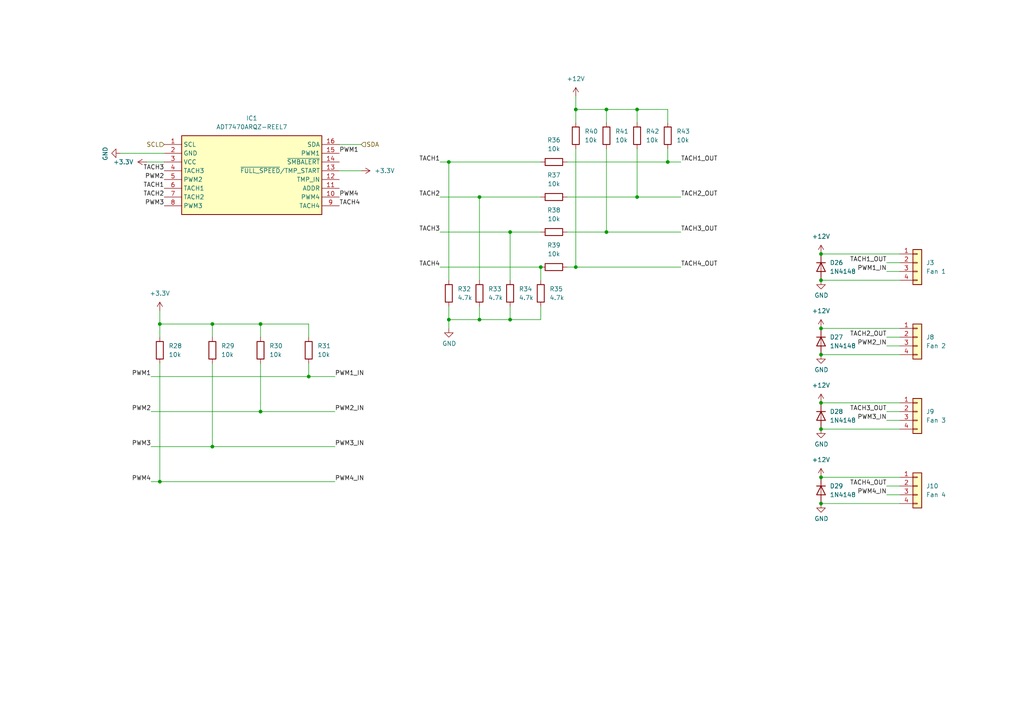
<source format=kicad_sch>
(kicad_sch (version 20230121) (generator eeschema)

  (uuid 6e0b2524-365a-4613-84e8-9916e4d3107a)

  (paper "A4")

  (lib_symbols
    (symbol "Connector_Generic:Conn_01x04" (pin_names (offset 1.016) hide) (in_bom yes) (on_board yes)
      (property "Reference" "J" (at 0 5.08 0)
        (effects (font (size 1.27 1.27)))
      )
      (property "Value" "Conn_01x04" (at 0 -7.62 0)
        (effects (font (size 1.27 1.27)))
      )
      (property "Footprint" "" (at 0 0 0)
        (effects (font (size 1.27 1.27)) hide)
      )
      (property "Datasheet" "~" (at 0 0 0)
        (effects (font (size 1.27 1.27)) hide)
      )
      (property "ki_keywords" "connector" (at 0 0 0)
        (effects (font (size 1.27 1.27)) hide)
      )
      (property "ki_description" "Generic connector, single row, 01x04, script generated (kicad-library-utils/schlib/autogen/connector/)" (at 0 0 0)
        (effects (font (size 1.27 1.27)) hide)
      )
      (property "ki_fp_filters" "Connector*:*_1x??_*" (at 0 0 0)
        (effects (font (size 1.27 1.27)) hide)
      )
      (symbol "Conn_01x04_1_1"
        (rectangle (start -1.27 -4.953) (end 0 -5.207)
          (stroke (width 0.1524) (type default))
          (fill (type none))
        )
        (rectangle (start -1.27 -2.413) (end 0 -2.667)
          (stroke (width 0.1524) (type default))
          (fill (type none))
        )
        (rectangle (start -1.27 0.127) (end 0 -0.127)
          (stroke (width 0.1524) (type default))
          (fill (type none))
        )
        (rectangle (start -1.27 2.667) (end 0 2.413)
          (stroke (width 0.1524) (type default))
          (fill (type none))
        )
        (rectangle (start -1.27 3.81) (end 1.27 -6.35)
          (stroke (width 0.254) (type default))
          (fill (type background))
        )
        (pin passive line (at -5.08 2.54 0) (length 3.81)
          (name "Pin_1" (effects (font (size 1.27 1.27))))
          (number "1" (effects (font (size 1.27 1.27))))
        )
        (pin passive line (at -5.08 0 0) (length 3.81)
          (name "Pin_2" (effects (font (size 1.27 1.27))))
          (number "2" (effects (font (size 1.27 1.27))))
        )
        (pin passive line (at -5.08 -2.54 0) (length 3.81)
          (name "Pin_3" (effects (font (size 1.27 1.27))))
          (number "3" (effects (font (size 1.27 1.27))))
        )
        (pin passive line (at -5.08 -5.08 0) (length 3.81)
          (name "Pin_4" (effects (font (size 1.27 1.27))))
          (number "4" (effects (font (size 1.27 1.27))))
        )
      )
    )
    (symbol "Device:R" (pin_numbers hide) (pin_names (offset 0)) (in_bom yes) (on_board yes)
      (property "Reference" "R" (at 2.032 0 90)
        (effects (font (size 1.27 1.27)))
      )
      (property "Value" "R" (at 0 0 90)
        (effects (font (size 1.27 1.27)))
      )
      (property "Footprint" "" (at -1.778 0 90)
        (effects (font (size 1.27 1.27)) hide)
      )
      (property "Datasheet" "~" (at 0 0 0)
        (effects (font (size 1.27 1.27)) hide)
      )
      (property "ki_keywords" "R res resistor" (at 0 0 0)
        (effects (font (size 1.27 1.27)) hide)
      )
      (property "ki_description" "Resistor" (at 0 0 0)
        (effects (font (size 1.27 1.27)) hide)
      )
      (property "ki_fp_filters" "R_*" (at 0 0 0)
        (effects (font (size 1.27 1.27)) hide)
      )
      (symbol "R_0_1"
        (rectangle (start -1.016 -2.54) (end 1.016 2.54)
          (stroke (width 0.254) (type default))
          (fill (type none))
        )
      )
      (symbol "R_1_1"
        (pin passive line (at 0 3.81 270) (length 1.27)
          (name "~" (effects (font (size 1.27 1.27))))
          (number "1" (effects (font (size 1.27 1.27))))
        )
        (pin passive line (at 0 -3.81 90) (length 1.27)
          (name "~" (effects (font (size 1.27 1.27))))
          (number "2" (effects (font (size 1.27 1.27))))
        )
      )
    )
    (symbol "Diode:1N4148" (pin_numbers hide) (pin_names hide) (in_bom yes) (on_board yes)
      (property "Reference" "D" (at 0 2.54 0)
        (effects (font (size 1.27 1.27)))
      )
      (property "Value" "1N4148" (at 0 -2.54 0)
        (effects (font (size 1.27 1.27)))
      )
      (property "Footprint" "Diode_THT:D_DO-35_SOD27_P7.62mm_Horizontal" (at 0 0 0)
        (effects (font (size 1.27 1.27)) hide)
      )
      (property "Datasheet" "https://assets.nexperia.com/documents/data-sheet/1N4148_1N4448.pdf" (at 0 0 0)
        (effects (font (size 1.27 1.27)) hide)
      )
      (property "Sim.Device" "D" (at 0 0 0)
        (effects (font (size 1.27 1.27)) hide)
      )
      (property "Sim.Pins" "1=K 2=A" (at 0 0 0)
        (effects (font (size 1.27 1.27)) hide)
      )
      (property "ki_keywords" "diode" (at 0 0 0)
        (effects (font (size 1.27 1.27)) hide)
      )
      (property "ki_description" "100V 0.15A standard switching diode, DO-35" (at 0 0 0)
        (effects (font (size 1.27 1.27)) hide)
      )
      (property "ki_fp_filters" "D*DO?35*" (at 0 0 0)
        (effects (font (size 1.27 1.27)) hide)
      )
      (symbol "1N4148_0_1"
        (polyline
          (pts
            (xy -1.27 1.27)
            (xy -1.27 -1.27)
          )
          (stroke (width 0.254) (type default))
          (fill (type none))
        )
        (polyline
          (pts
            (xy 1.27 0)
            (xy -1.27 0)
          )
          (stroke (width 0) (type default))
          (fill (type none))
        )
        (polyline
          (pts
            (xy 1.27 1.27)
            (xy 1.27 -1.27)
            (xy -1.27 0)
            (xy 1.27 1.27)
          )
          (stroke (width 0.254) (type default))
          (fill (type none))
        )
      )
      (symbol "1N4148_1_1"
        (pin passive line (at -3.81 0 0) (length 2.54)
          (name "K" (effects (font (size 1.27 1.27))))
          (number "1" (effects (font (size 1.27 1.27))))
        )
        (pin passive line (at 3.81 0 180) (length 2.54)
          (name "A" (effects (font (size 1.27 1.27))))
          (number "2" (effects (font (size 1.27 1.27))))
        )
      )
    )
    (symbol "power:+12V" (power) (pin_names (offset 0)) (in_bom yes) (on_board yes)
      (property "Reference" "#PWR" (at 0 -3.81 0)
        (effects (font (size 1.27 1.27)) hide)
      )
      (property "Value" "+12V" (at 0 3.556 0)
        (effects (font (size 1.27 1.27)))
      )
      (property "Footprint" "" (at 0 0 0)
        (effects (font (size 1.27 1.27)) hide)
      )
      (property "Datasheet" "" (at 0 0 0)
        (effects (font (size 1.27 1.27)) hide)
      )
      (property "ki_keywords" "global power" (at 0 0 0)
        (effects (font (size 1.27 1.27)) hide)
      )
      (property "ki_description" "Power symbol creates a global label with name \"+12V\"" (at 0 0 0)
        (effects (font (size 1.27 1.27)) hide)
      )
      (symbol "+12V_0_1"
        (polyline
          (pts
            (xy -0.762 1.27)
            (xy 0 2.54)
          )
          (stroke (width 0) (type default))
          (fill (type none))
        )
        (polyline
          (pts
            (xy 0 0)
            (xy 0 2.54)
          )
          (stroke (width 0) (type default))
          (fill (type none))
        )
        (polyline
          (pts
            (xy 0 2.54)
            (xy 0.762 1.27)
          )
          (stroke (width 0) (type default))
          (fill (type none))
        )
      )
      (symbol "+12V_1_1"
        (pin power_in line (at 0 0 90) (length 0) hide
          (name "+12V" (effects (font (size 1.27 1.27))))
          (number "1" (effects (font (size 1.27 1.27))))
        )
      )
    )
    (symbol "power:+3.3V" (power) (pin_names (offset 0)) (in_bom yes) (on_board yes)
      (property "Reference" "#PWR" (at 0 -3.81 0)
        (effects (font (size 1.27 1.27)) hide)
      )
      (property "Value" "+3.3V" (at 0 3.556 0)
        (effects (font (size 1.27 1.27)))
      )
      (property "Footprint" "" (at 0 0 0)
        (effects (font (size 1.27 1.27)) hide)
      )
      (property "Datasheet" "" (at 0 0 0)
        (effects (font (size 1.27 1.27)) hide)
      )
      (property "ki_keywords" "global power" (at 0 0 0)
        (effects (font (size 1.27 1.27)) hide)
      )
      (property "ki_description" "Power symbol creates a global label with name \"+3.3V\"" (at 0 0 0)
        (effects (font (size 1.27 1.27)) hide)
      )
      (symbol "+3.3V_0_1"
        (polyline
          (pts
            (xy -0.762 1.27)
            (xy 0 2.54)
          )
          (stroke (width 0) (type default))
          (fill (type none))
        )
        (polyline
          (pts
            (xy 0 0)
            (xy 0 2.54)
          )
          (stroke (width 0) (type default))
          (fill (type none))
        )
        (polyline
          (pts
            (xy 0 2.54)
            (xy 0.762 1.27)
          )
          (stroke (width 0) (type default))
          (fill (type none))
        )
      )
      (symbol "+3.3V_1_1"
        (pin power_in line (at 0 0 90) (length 0) hide
          (name "+3.3V" (effects (font (size 1.27 1.27))))
          (number "1" (effects (font (size 1.27 1.27))))
        )
      )
    )
    (symbol "power:GND" (power) (pin_names (offset 0)) (in_bom yes) (on_board yes)
      (property "Reference" "#PWR" (at 0 -6.35 0)
        (effects (font (size 1.27 1.27)) hide)
      )
      (property "Value" "GND" (at 0 -3.81 0)
        (effects (font (size 1.27 1.27)))
      )
      (property "Footprint" "" (at 0 0 0)
        (effects (font (size 1.27 1.27)) hide)
      )
      (property "Datasheet" "" (at 0 0 0)
        (effects (font (size 1.27 1.27)) hide)
      )
      (property "ki_keywords" "power-flag" (at 0 0 0)
        (effects (font (size 1.27 1.27)) hide)
      )
      (property "ki_description" "Power symbol creates a global label with name \"GND\" , ground" (at 0 0 0)
        (effects (font (size 1.27 1.27)) hide)
      )
      (symbol "GND_0_1"
        (polyline
          (pts
            (xy 0 0)
            (xy 0 -1.27)
            (xy 1.27 -1.27)
            (xy 0 -2.54)
            (xy -1.27 -1.27)
            (xy 0 -1.27)
          )
          (stroke (width 0) (type default))
          (fill (type none))
        )
      )
      (symbol "GND_1_1"
        (pin power_in line (at 0 0 270) (length 0) hide
          (name "GND" (effects (font (size 1.27 1.27))))
          (number "1" (effects (font (size 1.27 1.27))))
        )
      )
    )
    (symbol "utsvt-chips:ADT7470ARQZ-REEL7" (in_bom yes) (on_board yes)
      (property "Reference" "IC" (at 46.99 7.62 0)
        (effects (font (size 1.27 1.27)) (justify left top))
      )
      (property "Value" "ADT7470ARQZ-REEL7" (at 46.99 5.08 0)
        (effects (font (size 1.27 1.27)) (justify left top))
      )
      (property "Footprint" "UTSVT_ICs:ADT7470ARQZ-REEL7" (at 46.99 -94.92 0)
        (effects (font (size 1.27 1.27)) (justify left top) hide)
      )
      (property "Datasheet" "https://www.mouser.in/datasheet/2/609/ADT7470-1503719.pdf" (at 46.99 -194.92 0)
        (effects (font (size 1.27 1.27)) (justify left top) hide)
      )
      (property "Height" "1.75" (at 46.99 -394.92 0)
        (effects (font (size 1.27 1.27)) (justify left top) hide)
      )
      (property "Mouser Part Number" "584-ADT7470ARQZ-R7" (at 46.99 -494.92 0)
        (effects (font (size 1.27 1.27)) (justify left top) hide)
      )
      (property "Mouser Price/Stock" "https://www.mouser.co.uk/ProductDetail/Analog-Devices/ADT7470ARQZ-REEL7?qs=WIvQP4zGanjGQYBHju36gA%3D%3D" (at 46.99 -594.92 0)
        (effects (font (size 1.27 1.27)) (justify left top) hide)
      )
      (property "Manufacturer_Name" "Analog Devices" (at 46.99 -694.92 0)
        (effects (font (size 1.27 1.27)) (justify left top) hide)
      )
      (property "Manufacturer_Part_Number" "ADT7470ARQZ-REEL7" (at 46.99 -794.92 0)
        (effects (font (size 1.27 1.27)) (justify left top) hide)
      )
      (property "ki_description" "Board Mount Temperature Sensors Blade Server Fan Monitor/Fan Controller" (at 0 0 0)
        (effects (font (size 1.27 1.27)) hide)
      )
      (symbol "ADT7470ARQZ-REEL7_1_1"
        (rectangle (start 5.08 2.54) (end 45.72 -20.32)
          (stroke (width 0.254) (type default))
          (fill (type background))
        )
        (pin passive line (at 0 0 0) (length 5.08)
          (name "SCL" (effects (font (size 1.27 1.27))))
          (number "1" (effects (font (size 1.27 1.27))))
        )
        (pin passive line (at 50.8 -15.24 180) (length 5.08)
          (name "PWM4" (effects (font (size 1.27 1.27))))
          (number "10" (effects (font (size 1.27 1.27))))
        )
        (pin passive line (at 50.8 -12.7 180) (length 5.08)
          (name "ADDR" (effects (font (size 1.27 1.27))))
          (number "11" (effects (font (size 1.27 1.27))))
        )
        (pin passive line (at 50.8 -10.16 180) (length 5.08)
          (name "TMP_IN" (effects (font (size 1.27 1.27))))
          (number "12" (effects (font (size 1.27 1.27))))
        )
        (pin passive line (at 50.8 -7.62 180) (length 5.08)
          (name "~{FULL_SPEED}/TMP_START" (effects (font (size 1.27 1.27))))
          (number "13" (effects (font (size 1.27 1.27))))
        )
        (pin passive line (at 50.8 -5.08 180) (length 5.08)
          (name "~{SMBALERT}" (effects (font (size 1.27 1.27))))
          (number "14" (effects (font (size 1.27 1.27))))
        )
        (pin passive line (at 50.8 -2.54 180) (length 5.08)
          (name "PWM1" (effects (font (size 1.27 1.27))))
          (number "15" (effects (font (size 1.27 1.27))))
        )
        (pin passive line (at 50.8 0 180) (length 5.08)
          (name "SDA" (effects (font (size 1.27 1.27))))
          (number "16" (effects (font (size 1.27 1.27))))
        )
        (pin passive line (at 0 -2.54 0) (length 5.08)
          (name "GND" (effects (font (size 1.27 1.27))))
          (number "2" (effects (font (size 1.27 1.27))))
        )
        (pin passive line (at 0 -5.08 0) (length 5.08)
          (name "VCC" (effects (font (size 1.27 1.27))))
          (number "3" (effects (font (size 1.27 1.27))))
        )
        (pin passive line (at 0 -7.62 0) (length 5.08)
          (name "TACH3" (effects (font (size 1.27 1.27))))
          (number "4" (effects (font (size 1.27 1.27))))
        )
        (pin passive line (at 0 -10.16 0) (length 5.08)
          (name "PWM2" (effects (font (size 1.27 1.27))))
          (number "5" (effects (font (size 1.27 1.27))))
        )
        (pin passive line (at 0 -12.7 0) (length 5.08)
          (name "TACH1" (effects (font (size 1.27 1.27))))
          (number "6" (effects (font (size 1.27 1.27))))
        )
        (pin passive line (at 0 -15.24 0) (length 5.08)
          (name "TACH2" (effects (font (size 1.27 1.27))))
          (number "7" (effects (font (size 1.27 1.27))))
        )
        (pin passive line (at 0 -17.78 0) (length 5.08)
          (name "PWM3" (effects (font (size 1.27 1.27))))
          (number "8" (effects (font (size 1.27 1.27))))
        )
        (pin passive line (at 50.8 -17.78 180) (length 5.08)
          (name "TACH4" (effects (font (size 1.27 1.27))))
          (number "9" (effects (font (size 1.27 1.27))))
        )
      )
    )
  )

  (junction (at 147.955 92.71) (diameter 0) (color 0 0 0 0)
    (uuid 078280d2-64ac-4e95-9c60-020d60831165)
  )
  (junction (at 238.125 146.05) (diameter 0) (color 0 0 0 0)
    (uuid 0b59b8c2-5b17-41ce-989f-f16eba466476)
  )
  (junction (at 61.595 93.98) (diameter 0) (color 0 0 0 0)
    (uuid 0d2b0930-1939-4fa4-bb73-6a88345c754d)
  )
  (junction (at 167.005 77.47) (diameter 0) (color 0 0 0 0)
    (uuid 14259fdc-ec84-47da-b9b0-e617917217cd)
  )
  (junction (at 238.125 138.43) (diameter 0) (color 0 0 0 0)
    (uuid 239b6b11-0f67-46bf-9a89-3ac60517a26e)
  )
  (junction (at 238.125 102.87) (diameter 0) (color 0 0 0 0)
    (uuid 2707fe8a-9545-4559-b040-9bcf58c9a8f8)
  )
  (junction (at 147.955 67.31) (diameter 0) (color 0 0 0 0)
    (uuid 2da518e3-8fc9-4c7f-8a82-cb00cc218797)
  )
  (junction (at 130.175 46.99) (diameter 0) (color 0 0 0 0)
    (uuid 38dcf60e-6e1e-44bd-9b79-9b144058ac20)
  )
  (junction (at 75.565 119.38) (diameter 0) (color 0 0 0 0)
    (uuid 3a1e1d6a-46dd-44a9-8421-cd8f5ef6fd56)
  )
  (junction (at 167.005 31.75) (diameter 0) (color 0 0 0 0)
    (uuid 490c7704-b6d1-4342-86cb-0bf0eacefee7)
  )
  (junction (at 139.065 92.71) (diameter 0) (color 0 0 0 0)
    (uuid 49d7e9b9-040d-4e30-8eaa-19f7d277a2cd)
  )
  (junction (at 46.355 139.7) (diameter 0) (color 0 0 0 0)
    (uuid 4a38b2ac-a974-4707-b250-da0cce1cf8ca)
  )
  (junction (at 175.895 31.75) (diameter 0) (color 0 0 0 0)
    (uuid 5018b173-3863-414a-b0ab-984602ae6d89)
  )
  (junction (at 238.125 124.46) (diameter 0) (color 0 0 0 0)
    (uuid 522e1033-27e2-413c-9f32-e6253871a8b8)
  )
  (junction (at 184.785 31.75) (diameter 0) (color 0 0 0 0)
    (uuid 534c5508-2514-4f54-9a7e-e981517e810e)
  )
  (junction (at 193.675 46.99) (diameter 0) (color 0 0 0 0)
    (uuid 5d79d44e-3d6c-4744-8a45-e0f3c1f8f6b3)
  )
  (junction (at 238.125 116.84) (diameter 0) (color 0 0 0 0)
    (uuid 69f96d1b-ae6c-47f7-bb2d-674e8595d044)
  )
  (junction (at 89.535 109.22) (diameter 0) (color 0 0 0 0)
    (uuid 6c29a523-b29b-4178-8f21-e6e2842a837f)
  )
  (junction (at 175.895 67.31) (diameter 0) (color 0 0 0 0)
    (uuid 6e73c4d3-74c2-4379-965e-cad190533dab)
  )
  (junction (at 46.355 93.98) (diameter 0) (color 0 0 0 0)
    (uuid 76a673d1-87e0-4f6a-a9ef-efaeff22a88b)
  )
  (junction (at 75.565 93.98) (diameter 0) (color 0 0 0 0)
    (uuid 7d87b867-2b1c-4b09-b8eb-45014b6c51d8)
  )
  (junction (at 238.125 73.66) (diameter 0) (color 0 0 0 0)
    (uuid 7e8b485c-1c6a-4d16-b49e-5d720f0ea075)
  )
  (junction (at 139.065 57.15) (diameter 0) (color 0 0 0 0)
    (uuid 825e2bf8-7daa-435e-8138-1333ee463ad9)
  )
  (junction (at 238.125 81.28) (diameter 0) (color 0 0 0 0)
    (uuid 85fdbec2-a84f-47b9-8e0a-01f6447537ea)
  )
  (junction (at 130.175 92.71) (diameter 0) (color 0 0 0 0)
    (uuid c4c2074b-9cbb-40a7-bc43-2ab8fe437da3)
  )
  (junction (at 61.595 129.54) (diameter 0) (color 0 0 0 0)
    (uuid d978eb2b-22e1-4441-a822-a7f7461db62b)
  )
  (junction (at 184.785 57.15) (diameter 0) (color 0 0 0 0)
    (uuid df1dcf26-1d67-4b36-bfbf-fc409f42cf40)
  )
  (junction (at 238.125 95.25) (diameter 0) (color 0 0 0 0)
    (uuid ed48d718-5f76-4e6a-b745-67169b808899)
  )
  (junction (at 156.845 77.47) (diameter 0) (color 0 0 0 0)
    (uuid f60bbb0e-f7e2-4c57-9f5d-7c875e7eb788)
  )

  (wire (pts (xy 130.175 46.99) (xy 156.845 46.99))
    (stroke (width 0) (type default))
    (uuid 0010cdfe-dc71-4012-a40c-9bda8bff0763)
  )
  (wire (pts (xy 167.005 35.56) (xy 167.005 31.75))
    (stroke (width 0) (type default))
    (uuid 00a9aa46-3674-450b-ae31-95ed1b4450da)
  )
  (wire (pts (xy 156.845 77.47) (xy 156.845 81.28))
    (stroke (width 0) (type default))
    (uuid 00d39ecf-cf17-44d2-95f0-006a0573df54)
  )
  (wire (pts (xy 184.785 35.56) (xy 184.785 31.75))
    (stroke (width 0) (type default))
    (uuid 0122d706-6313-4314-a5e9-b1c0fef4b339)
  )
  (wire (pts (xy 89.535 109.22) (xy 89.535 105.41))
    (stroke (width 0) (type default))
    (uuid 014bd442-4617-4348-af51-37339c69a189)
  )
  (wire (pts (xy 164.465 46.99) (xy 193.675 46.99))
    (stroke (width 0) (type default))
    (uuid 03037962-fe97-47c3-94ad-f3c0bef4662f)
  )
  (wire (pts (xy 46.355 97.79) (xy 46.355 93.98))
    (stroke (width 0) (type default))
    (uuid 07d328af-dda1-43e9-bc59-a2172388b776)
  )
  (wire (pts (xy 193.675 46.99) (xy 193.675 43.18))
    (stroke (width 0) (type default))
    (uuid 09bfb54d-bb05-4fab-904e-707803ec5aaf)
  )
  (wire (pts (xy 184.785 57.15) (xy 184.785 43.18))
    (stroke (width 0) (type default))
    (uuid 0ae75af5-09d8-4c38-af12-1eb0b75f32ee)
  )
  (wire (pts (xy 164.465 77.47) (xy 167.005 77.47))
    (stroke (width 0) (type default))
    (uuid 0af80bf8-5530-41cc-88ae-0ca21e80783b)
  )
  (wire (pts (xy 238.125 116.84) (xy 260.985 116.84))
    (stroke (width 0) (type default))
    (uuid 0be68897-b5cb-4ef7-a335-decca6c32eb9)
  )
  (wire (pts (xy 75.565 105.41) (xy 75.565 119.38))
    (stroke (width 0) (type default))
    (uuid 0e1c688f-025d-434e-831c-12f33937bc76)
  )
  (wire (pts (xy 127.635 46.99) (xy 130.175 46.99))
    (stroke (width 0) (type default))
    (uuid 11d2ca73-ba23-4126-90a6-3d718f4d226f)
  )
  (wire (pts (xy 238.125 73.66) (xy 260.985 73.66))
    (stroke (width 0) (type default))
    (uuid 12df9493-1721-4dbb-9519-5ca091c67940)
  )
  (wire (pts (xy 147.955 88.9) (xy 147.955 92.71))
    (stroke (width 0) (type default))
    (uuid 1437310d-c4cc-4ae2-83f1-cb39d1f7631b)
  )
  (wire (pts (xy 46.355 139.7) (xy 97.155 139.7))
    (stroke (width 0) (type default))
    (uuid 1820699e-20d9-4d5d-a579-76249b3f203f)
  )
  (wire (pts (xy 238.125 95.25) (xy 260.985 95.25))
    (stroke (width 0) (type default))
    (uuid 1a109cab-66aa-4deb-a9c5-7ba704edcbd9)
  )
  (wire (pts (xy 34.925 44.45) (xy 47.625 44.45))
    (stroke (width 0) (type default))
    (uuid 29031d55-b7ac-495a-a226-0500fcf1a76f)
  )
  (wire (pts (xy 257.175 121.92) (xy 260.985 121.92))
    (stroke (width 0) (type default))
    (uuid 29212bf5-4fdb-4078-8b2f-20fc20ae3263)
  )
  (wire (pts (xy 257.175 140.97) (xy 260.985 140.97))
    (stroke (width 0) (type default))
    (uuid 2c26bd94-5548-4777-890d-a1fa039d0976)
  )
  (wire (pts (xy 46.355 139.7) (xy 46.355 105.41))
    (stroke (width 0) (type default))
    (uuid 2f24df32-c2f1-4597-ad39-9f5510a44c4e)
  )
  (wire (pts (xy 167.005 31.75) (xy 175.895 31.75))
    (stroke (width 0) (type default))
    (uuid 2f476ad4-632d-441e-87ed-96f0b443d84e)
  )
  (wire (pts (xy 167.005 77.47) (xy 167.005 43.18))
    (stroke (width 0) (type default))
    (uuid 2fbd02ec-3124-475e-a3ba-372b549533b2)
  )
  (wire (pts (xy 61.595 97.79) (xy 61.595 93.98))
    (stroke (width 0) (type default))
    (uuid 37857583-9fac-4f98-9fb5-f1f1778d9d01)
  )
  (wire (pts (xy 127.635 77.47) (xy 156.845 77.47))
    (stroke (width 0) (type default))
    (uuid 3e2fb759-858b-43ab-83fc-42fce75324a5)
  )
  (wire (pts (xy 257.175 76.2) (xy 260.985 76.2))
    (stroke (width 0) (type default))
    (uuid 3fa307cc-5ad1-4249-920e-b1462cbdc7d0)
  )
  (wire (pts (xy 156.845 92.71) (xy 156.845 88.9))
    (stroke (width 0) (type default))
    (uuid 40b61d74-8b5b-4cce-b36d-5328c6a949e4)
  )
  (wire (pts (xy 43.815 109.22) (xy 89.535 109.22))
    (stroke (width 0) (type default))
    (uuid 41683650-a09d-4594-b604-b1d65cdb69b9)
  )
  (wire (pts (xy 257.175 100.33) (xy 260.985 100.33))
    (stroke (width 0) (type default))
    (uuid 44444eab-ab70-491e-b190-17ad702d0838)
  )
  (wire (pts (xy 184.785 57.15) (xy 197.485 57.15))
    (stroke (width 0) (type default))
    (uuid 493462bc-3978-4ce1-b365-0dd1612f9624)
  )
  (wire (pts (xy 184.785 31.75) (xy 193.675 31.75))
    (stroke (width 0) (type default))
    (uuid 4f900c1c-5a30-4ea2-b138-9a491c03cdab)
  )
  (wire (pts (xy 164.465 67.31) (xy 175.895 67.31))
    (stroke (width 0) (type default))
    (uuid 50c4160e-f42b-408b-9b49-16ad26bf06de)
  )
  (wire (pts (xy 130.175 46.99) (xy 130.175 81.28))
    (stroke (width 0) (type default))
    (uuid 51d4fcd9-d2e3-4ae4-976e-5eb03cb7be11)
  )
  (wire (pts (xy 257.175 143.51) (xy 260.985 143.51))
    (stroke (width 0) (type default))
    (uuid 538d2af1-b864-4618-853b-42ff61ad8817)
  )
  (wire (pts (xy 193.675 46.99) (xy 197.485 46.99))
    (stroke (width 0) (type default))
    (uuid 58b3f7e5-6a52-40de-9419-51496807d66c)
  )
  (wire (pts (xy 127.635 67.31) (xy 147.955 67.31))
    (stroke (width 0) (type default))
    (uuid 58d600ef-bc6a-4cdd-88e3-a203eef11577)
  )
  (wire (pts (xy 238.125 138.43) (xy 260.985 138.43))
    (stroke (width 0) (type default))
    (uuid 61d1633d-82a2-4b28-8191-2af238fe01ca)
  )
  (wire (pts (xy 238.125 124.46) (xy 260.985 124.46))
    (stroke (width 0) (type default))
    (uuid 632e1ab2-9b25-430f-8798-e871bfba31f0)
  )
  (wire (pts (xy 89.535 109.22) (xy 97.155 109.22))
    (stroke (width 0) (type default))
    (uuid 633c437a-4ddb-433d-910d-e4a433a4d552)
  )
  (wire (pts (xy 46.355 90.17) (xy 46.355 93.98))
    (stroke (width 0) (type default))
    (uuid 66b13257-d411-40b5-b7b6-91894230e911)
  )
  (wire (pts (xy 104.775 41.91) (xy 98.425 41.91))
    (stroke (width 0) (type default))
    (uuid 6f36d583-59db-466f-93d6-6480fee2e437)
  )
  (wire (pts (xy 130.175 88.9) (xy 130.175 92.71))
    (stroke (width 0) (type default))
    (uuid 7038969b-e5ff-4483-bc3b-6bca5809061b)
  )
  (wire (pts (xy 42.545 46.99) (xy 47.625 46.99))
    (stroke (width 0) (type default))
    (uuid 73cbcfbe-9f6b-4940-a915-a988241d1669)
  )
  (wire (pts (xy 147.955 67.31) (xy 156.845 67.31))
    (stroke (width 0) (type default))
    (uuid 79f1a822-31cb-4d4a-9165-061bd5159026)
  )
  (wire (pts (xy 175.895 35.56) (xy 175.895 31.75))
    (stroke (width 0) (type default))
    (uuid 7eed7fd1-7faa-4c68-9283-12bf7c52b5ff)
  )
  (wire (pts (xy 130.175 92.71) (xy 139.065 92.71))
    (stroke (width 0) (type default))
    (uuid 82319d22-c167-4002-b7f5-d31d409f3494)
  )
  (wire (pts (xy 139.065 57.15) (xy 156.845 57.15))
    (stroke (width 0) (type default))
    (uuid 9215b1eb-73cc-4ce7-b442-067d4d00c953)
  )
  (wire (pts (xy 43.815 139.7) (xy 46.355 139.7))
    (stroke (width 0) (type default))
    (uuid 92350a5a-775e-4262-8d03-47315af231b8)
  )
  (wire (pts (xy 193.675 31.75) (xy 193.675 35.56))
    (stroke (width 0) (type default))
    (uuid 92601040-210f-460e-927e-4682035fb2f6)
  )
  (wire (pts (xy 130.175 92.71) (xy 130.175 95.25))
    (stroke (width 0) (type default))
    (uuid a027f5a9-8708-4cfa-93c2-66c6c9fb476e)
  )
  (wire (pts (xy 139.065 88.9) (xy 139.065 92.71))
    (stroke (width 0) (type default))
    (uuid a350acdc-12bf-453f-9e9f-db39b6afeeb0)
  )
  (wire (pts (xy 175.895 67.31) (xy 197.485 67.31))
    (stroke (width 0) (type default))
    (uuid a63812f8-4e25-43d6-a7ae-0b1fed9eaf3d)
  )
  (wire (pts (xy 43.815 119.38) (xy 75.565 119.38))
    (stroke (width 0) (type default))
    (uuid ab126a47-12ac-484e-8f80-0308a3a39734)
  )
  (wire (pts (xy 46.355 93.98) (xy 61.595 93.98))
    (stroke (width 0) (type default))
    (uuid ac7f73ac-82fe-4643-9642-c5fd8d3e6dd6)
  )
  (wire (pts (xy 164.465 57.15) (xy 184.785 57.15))
    (stroke (width 0) (type default))
    (uuid aecb032f-5b03-41ac-be58-dfae50c4a046)
  )
  (wire (pts (xy 89.535 93.98) (xy 89.535 97.79))
    (stroke (width 0) (type default))
    (uuid b13298ed-2358-4cf1-b4f7-0fccd31f1068)
  )
  (wire (pts (xy 147.955 67.31) (xy 147.955 81.28))
    (stroke (width 0) (type default))
    (uuid b34bb0fd-b651-4593-b465-7135144c6f2b)
  )
  (wire (pts (xy 238.125 81.28) (xy 260.985 81.28))
    (stroke (width 0) (type default))
    (uuid b396d671-a2f3-420f-9aac-e437a9d60f40)
  )
  (wire (pts (xy 175.895 67.31) (xy 175.895 43.18))
    (stroke (width 0) (type default))
    (uuid b463a6e7-0ea3-47f9-ab94-470a69c0cbe6)
  )
  (wire (pts (xy 127.635 57.15) (xy 139.065 57.15))
    (stroke (width 0) (type default))
    (uuid b6d6c09e-22a8-4384-8a07-f1133fc7ce63)
  )
  (wire (pts (xy 167.005 77.47) (xy 197.485 77.47))
    (stroke (width 0) (type default))
    (uuid b7b143c5-28c1-4cca-ab1f-2c0622afadce)
  )
  (wire (pts (xy 257.175 119.38) (xy 260.985 119.38))
    (stroke (width 0) (type default))
    (uuid bc82a273-53e4-4b76-b109-cee14819c9e7)
  )
  (wire (pts (xy 75.565 97.79) (xy 75.565 93.98))
    (stroke (width 0) (type default))
    (uuid be0a5001-deee-4229-8f3b-fee1d5a7fe1d)
  )
  (wire (pts (xy 43.815 129.54) (xy 61.595 129.54))
    (stroke (width 0) (type default))
    (uuid c721ff11-ade8-4cc8-95ab-d8795823b2e9)
  )
  (wire (pts (xy 104.775 49.53) (xy 98.425 49.53))
    (stroke (width 0) (type default))
    (uuid c8a282e7-d2d9-4190-8138-d075f18fd1b0)
  )
  (wire (pts (xy 257.175 97.79) (xy 260.985 97.79))
    (stroke (width 0) (type default))
    (uuid cab7a5c8-062d-42a1-aafc-2a84494c1749)
  )
  (wire (pts (xy 139.065 92.71) (xy 147.955 92.71))
    (stroke (width 0) (type default))
    (uuid cb16088e-8710-4642-bf57-fe5ace3ea699)
  )
  (wire (pts (xy 61.595 93.98) (xy 75.565 93.98))
    (stroke (width 0) (type default))
    (uuid d078fa24-a79e-45ce-ab39-8490f27ae843)
  )
  (wire (pts (xy 167.005 27.94) (xy 167.005 31.75))
    (stroke (width 0) (type default))
    (uuid d5699fdb-a66f-41ed-8480-0276ede25ed1)
  )
  (wire (pts (xy 147.955 92.71) (xy 156.845 92.71))
    (stroke (width 0) (type default))
    (uuid dce6b5ad-c445-40cb-9bf3-4fe9209c5c79)
  )
  (wire (pts (xy 75.565 93.98) (xy 89.535 93.98))
    (stroke (width 0) (type default))
    (uuid e36e92af-f72c-47d2-924f-ea4612ca5ea9)
  )
  (wire (pts (xy 175.895 31.75) (xy 184.785 31.75))
    (stroke (width 0) (type default))
    (uuid e550e81f-53ce-42af-b256-74e1c7878730)
  )
  (wire (pts (xy 238.125 102.87) (xy 260.985 102.87))
    (stroke (width 0) (type default))
    (uuid e7edd11c-de8c-4bc5-9367-2715da32c916)
  )
  (wire (pts (xy 238.125 146.05) (xy 260.985 146.05))
    (stroke (width 0) (type default))
    (uuid eab5d4eb-1e66-4df6-a1c8-14c3d85e7976)
  )
  (wire (pts (xy 139.065 57.15) (xy 139.065 81.28))
    (stroke (width 0) (type default))
    (uuid ee2e5d57-9dae-4b3d-9ee7-afdaf4447323)
  )
  (wire (pts (xy 97.155 119.38) (xy 75.565 119.38))
    (stroke (width 0) (type default))
    (uuid ef973b0f-09af-40ff-ac40-c0cf49e3d42b)
  )
  (wire (pts (xy 257.175 78.74) (xy 260.985 78.74))
    (stroke (width 0) (type default))
    (uuid f10050d5-b37b-4e54-92f0-9da7ccf6f636)
  )
  (wire (pts (xy 61.595 129.54) (xy 97.155 129.54))
    (stroke (width 0) (type default))
    (uuid f3fbf1af-e555-4ed7-984a-9461ebd4d9bf)
  )
  (wire (pts (xy 61.595 129.54) (xy 61.595 105.41))
    (stroke (width 0) (type default))
    (uuid fd19f590-f8ad-4178-8430-980ac7566b95)
  )

  (label "PWM4_IN" (at 257.175 143.51 180) (fields_autoplaced)
    (effects (font (size 1.27 1.27)) (justify right bottom))
    (uuid 00acb4ce-feb2-46dd-9134-22ab4e786846)
  )
  (label "TACH3" (at 47.625 49.53 180) (fields_autoplaced)
    (effects (font (size 1.27 1.27)) (justify right bottom))
    (uuid 12b19346-89aa-4c16-a1d4-0585d9f465c9)
  )
  (label "TACH3_OUT" (at 197.485 67.31 0) (fields_autoplaced)
    (effects (font (size 1.27 1.27)) (justify left bottom))
    (uuid 1adc2672-3fbc-460e-83f4-2a16c3f5cc22)
  )
  (label "TACH2_OUT" (at 197.485 57.15 0) (fields_autoplaced)
    (effects (font (size 1.27 1.27)) (justify left bottom))
    (uuid 232597c3-6de9-4770-9a3c-726ef4dc2679)
  )
  (label "TACH4" (at 98.425 59.69 0) (fields_autoplaced)
    (effects (font (size 1.27 1.27)) (justify left bottom))
    (uuid 39138537-3200-4898-9f91-462ba1ed0d3e)
  )
  (label "PWM1" (at 43.815 109.22 180) (fields_autoplaced)
    (effects (font (size 1.27 1.27)) (justify right bottom))
    (uuid 3f8eddbf-0a10-4060-b462-9ed2346d382b)
  )
  (label "PWM4" (at 98.425 57.15 0) (fields_autoplaced)
    (effects (font (size 1.27 1.27)) (justify left bottom))
    (uuid 43f50a06-df04-4419-81b3-0c28a666cb75)
  )
  (label "PWM4" (at 43.815 139.7 180) (fields_autoplaced)
    (effects (font (size 1.27 1.27)) (justify right bottom))
    (uuid 46c66baf-8c3a-4e74-8807-d9af3c0010d7)
  )
  (label "PWM3" (at 47.625 59.69 180) (fields_autoplaced)
    (effects (font (size 1.27 1.27)) (justify right bottom))
    (uuid 4ac90c25-dee4-4c92-a1fa-84c0867df246)
  )
  (label "PWM3_IN" (at 257.175 121.92 180) (fields_autoplaced)
    (effects (font (size 1.27 1.27)) (justify right bottom))
    (uuid 6b16ffa1-e40d-4bdf-9439-479fd4c30232)
  )
  (label "TACH1" (at 127.635 46.99 180) (fields_autoplaced)
    (effects (font (size 1.27 1.27)) (justify right bottom))
    (uuid 87c00e02-77a5-4424-880b-4812339c53e2)
  )
  (label "TACH2" (at 47.625 57.15 180) (fields_autoplaced)
    (effects (font (size 1.27 1.27)) (justify right bottom))
    (uuid 88a0e185-39e4-4191-8d83-59a67fd2aecb)
  )
  (label "PWM3" (at 43.815 129.54 180) (fields_autoplaced)
    (effects (font (size 1.27 1.27)) (justify right bottom))
    (uuid 892c6293-f172-4ec5-94ce-0d943e3a947c)
  )
  (label "PWM4_IN" (at 97.155 139.7 0) (fields_autoplaced)
    (effects (font (size 1.27 1.27)) (justify left bottom))
    (uuid 8d756e13-fad3-449f-9629-4f5218a139aa)
  )
  (label "PWM2" (at 43.815 119.38 180) (fields_autoplaced)
    (effects (font (size 1.27 1.27)) (justify right bottom))
    (uuid 903f5083-1429-47c7-a504-9f6ecc9e37ea)
  )
  (label "TACH3" (at 127.635 67.31 180) (fields_autoplaced)
    (effects (font (size 1.27 1.27)) (justify right bottom))
    (uuid 96d775a0-5502-469a-b7c9-6275c353a0c3)
  )
  (label "TACH2_OUT" (at 257.175 97.79 180) (fields_autoplaced)
    (effects (font (size 1.27 1.27)) (justify right bottom))
    (uuid 9dc46fbf-b8ca-402f-82c9-1b76bd2872de)
  )
  (label "TACH1" (at 47.625 54.61 180) (fields_autoplaced)
    (effects (font (size 1.27 1.27)) (justify right bottom))
    (uuid a5def0c9-5a3a-4083-a049-b8f3096b23ad)
  )
  (label "PWM1" (at 98.425 44.45 0) (fields_autoplaced)
    (effects (font (size 1.27 1.27)) (justify left bottom))
    (uuid aa9193eb-dcfc-4852-abbe-507a95dd2873)
  )
  (label "TACH4_OUT" (at 257.175 140.97 180) (fields_autoplaced)
    (effects (font (size 1.27 1.27)) (justify right bottom))
    (uuid b0f037e1-2919-4330-963a-20a4a5a0b2cd)
  )
  (label "PWM2_IN" (at 257.175 100.33 180) (fields_autoplaced)
    (effects (font (size 1.27 1.27)) (justify right bottom))
    (uuid b4dae1d9-2d88-4016-9c18-9434596ffbde)
  )
  (label "TACH4_OUT" (at 197.485 77.47 0) (fields_autoplaced)
    (effects (font (size 1.27 1.27)) (justify left bottom))
    (uuid be66c741-2f82-416b-9403-8a98a7a7bcf8)
  )
  (label "PWM3_IN" (at 97.155 129.54 0) (fields_autoplaced)
    (effects (font (size 1.27 1.27)) (justify left bottom))
    (uuid c683cc13-7b39-4c7a-a2f7-25cdb756ba11)
  )
  (label "TACH1_OUT" (at 257.175 76.2 180) (fields_autoplaced)
    (effects (font (size 1.27 1.27)) (justify right bottom))
    (uuid c8d950d8-5e0f-4c9c-a781-544f7bb25558)
  )
  (label "PWM2" (at 47.625 52.07 180) (fields_autoplaced)
    (effects (font (size 1.27 1.27)) (justify right bottom))
    (uuid d64fc570-1b8b-414b-93ed-ab8d6a3b6134)
  )
  (label "PWM1_IN" (at 97.155 109.22 0) (fields_autoplaced)
    (effects (font (size 1.27 1.27)) (justify left bottom))
    (uuid d8b6ae04-0119-471c-991b-f72d8c08e92d)
  )
  (label "TACH1_OUT" (at 197.485 46.99 0) (fields_autoplaced)
    (effects (font (size 1.27 1.27)) (justify left bottom))
    (uuid e3762d8b-3f38-423c-a981-4102abd2f2a1)
  )
  (label "TACH3_OUT" (at 257.175 119.38 180) (fields_autoplaced)
    (effects (font (size 1.27 1.27)) (justify right bottom))
    (uuid e94cbeb1-064f-4b6f-9d43-5a1f1640bd0c)
  )
  (label "PWM2_IN" (at 97.155 119.38 0) (fields_autoplaced)
    (effects (font (size 1.27 1.27)) (justify left bottom))
    (uuid f25dffa4-63ca-4052-8516-f14b10035589)
  )
  (label "PWM1_IN" (at 257.175 78.74 180) (fields_autoplaced)
    (effects (font (size 1.27 1.27)) (justify right bottom))
    (uuid f28fce51-9a99-4eae-909f-ccd0dcf73583)
  )
  (label "TACH2" (at 127.635 57.15 180) (fields_autoplaced)
    (effects (font (size 1.27 1.27)) (justify right bottom))
    (uuid f728b099-4472-453f-8197-a63339a2f826)
  )
  (label "TACH4" (at 127.635 77.47 180) (fields_autoplaced)
    (effects (font (size 1.27 1.27)) (justify right bottom))
    (uuid f9b1c38e-e103-4281-89fa-86f91d3e121c)
  )

  (hierarchical_label "SCL" (shape input) (at 47.625 41.91 180) (fields_autoplaced)
    (effects (font (size 1.27 1.27)) (justify right))
    (uuid 49c63940-a0ff-4fb6-b953-db310a6e7c91)
  )
  (hierarchical_label "SDA" (shape input) (at 104.775 41.91 0) (fields_autoplaced)
    (effects (font (size 1.27 1.27)) (justify left))
    (uuid 718868f2-a026-4188-b426-2019b923bbd9)
  )

  (symbol (lib_id "Device:R") (at 160.655 46.99 90) (unit 1)
    (in_bom yes) (on_board yes) (dnp no) (fields_autoplaced)
    (uuid 0b029294-24eb-4ea3-8d80-5407856b5ae1)
    (property "Reference" "R36" (at 160.655 40.64 90)
      (effects (font (size 1.27 1.27)))
    )
    (property "Value" "10k" (at 160.655 43.18 90)
      (effects (font (size 1.27 1.27)))
    )
    (property "Footprint" "Resistor_SMD:R_0805_2012Metric" (at 160.655 48.768 90)
      (effects (font (size 1.27 1.27)) hide)
    )
    (property "Datasheet" "https://www.mouser.com/ProductDetail/603-RT0603FRE0710KL" (at 160.655 46.99 0)
      (effects (font (size 1.27 1.27)) hide)
    )
    (property "P/N" "RT0603FRE0710KL " (at 160.655 46.99 90)
      (effects (font (size 1.27 1.27)) hide)
    )
    (pin "1" (uuid 284c5d8f-971c-4402-b778-f5eb59796e2c))
    (pin "2" (uuid 6b71a7ac-cb6e-4aa4-be41-d466c2476471))
    (instances
      (project "BPS-LeaderDaughter"
        (path "/2e9f4f51-d216-4952-a31c-e7104e0d4b1e/bf23a663-b938-440b-843e-ef7912c82d18"
          (reference "R36") (unit 1)
        )
      )
    )
  )

  (symbol (lib_id "power:+3.3V") (at 104.775 49.53 270) (unit 1)
    (in_bom yes) (on_board yes) (dnp no) (fields_autoplaced)
    (uuid 12976548-ed73-47cb-9055-c01b0ac27822)
    (property "Reference" "#PWR057" (at 100.965 49.53 0)
      (effects (font (size 1.27 1.27)) hide)
    )
    (property "Value" "+3.3V" (at 108.585 49.53 90)
      (effects (font (size 1.27 1.27)) (justify left))
    )
    (property "Footprint" "" (at 104.775 49.53 0)
      (effects (font (size 1.27 1.27)) hide)
    )
    (property "Datasheet" "" (at 104.775 49.53 0)
      (effects (font (size 1.27 1.27)) hide)
    )
    (pin "1" (uuid ea09c85f-6a4e-46af-8423-90a6197de3f5))
    (instances
      (project "BPS-LeaderDaughter"
        (path "/2e9f4f51-d216-4952-a31c-e7104e0d4b1e/bf23a663-b938-440b-843e-ef7912c82d18"
          (reference "#PWR057") (unit 1)
        )
      )
    )
  )

  (symbol (lib_id "Device:R") (at 89.535 101.6 0) (unit 1)
    (in_bom yes) (on_board yes) (dnp no) (fields_autoplaced)
    (uuid 143b260e-9e1d-450e-81fb-af60183e3cb4)
    (property "Reference" "R31" (at 92.075 100.33 0)
      (effects (font (size 1.27 1.27)) (justify left))
    )
    (property "Value" "10k" (at 92.075 102.87 0)
      (effects (font (size 1.27 1.27)) (justify left))
    )
    (property "Footprint" "Resistor_SMD:R_0805_2012Metric" (at 87.757 101.6 90)
      (effects (font (size 1.27 1.27)) hide)
    )
    (property "Datasheet" "https://www.mouser.com/ProductDetail/603-RT0603FRE0710KL" (at 89.535 101.6 0)
      (effects (font (size 1.27 1.27)) hide)
    )
    (property "P/N" "RT0603FRE0710KL " (at 89.535 101.6 90)
      (effects (font (size 1.27 1.27)) hide)
    )
    (pin "1" (uuid a93a268a-c6ba-4e99-b49d-2aeb0e71dd94))
    (pin "2" (uuid 69bcde79-a4fa-414b-8283-d6d917602f32))
    (instances
      (project "BPS-LeaderDaughter"
        (path "/2e9f4f51-d216-4952-a31c-e7104e0d4b1e/bf23a663-b938-440b-843e-ef7912c82d18"
          (reference "R31") (unit 1)
        )
      )
    )
  )

  (symbol (lib_id "Connector_Generic:Conn_01x04") (at 266.065 119.38 0) (unit 1)
    (in_bom yes) (on_board yes) (dnp no) (fields_autoplaced)
    (uuid 233d0a03-c4ad-4087-b7e6-2bb987a9af65)
    (property "Reference" "J9" (at 268.605 119.38 0)
      (effects (font (size 1.27 1.27)) (justify left))
    )
    (property "Value" "Fan 3" (at 268.605 121.92 0)
      (effects (font (size 1.27 1.27)) (justify left))
    )
    (property "Footprint" "" (at 266.065 119.38 0)
      (effects (font (size 1.27 1.27)) hide)
    )
    (property "Datasheet" "~" (at 266.065 119.38 0)
      (effects (font (size 1.27 1.27)) hide)
    )
    (pin "1" (uuid 51b194c3-2d4f-44f2-a372-dcf9ac261bfd))
    (pin "2" (uuid 8cf8ff75-a4ee-4bbb-96dd-e75cf7cb7a32))
    (pin "3" (uuid 51f613da-3f26-480e-8544-341097e11c32))
    (pin "4" (uuid 9c4f9cab-52b8-4f78-b0d3-1638ad15cfb1))
    (instances
      (project "BPS-LeaderDaughter"
        (path "/2e9f4f51-d216-4952-a31c-e7104e0d4b1e/bf23a663-b938-440b-843e-ef7912c82d18"
          (reference "J9") (unit 1)
        )
      )
    )
  )

  (symbol (lib_id "Device:R") (at 156.845 85.09 0) (unit 1)
    (in_bom yes) (on_board yes) (dnp no) (fields_autoplaced)
    (uuid 26ba0bf1-c2f1-44ce-a462-945e28ef7e21)
    (property "Reference" "R35" (at 159.385 83.82 0)
      (effects (font (size 1.27 1.27)) (justify left))
    )
    (property "Value" "4.7k" (at 159.385 86.36 0)
      (effects (font (size 1.27 1.27)) (justify left))
    )
    (property "Footprint" "Resistor_SMD:R_0805_2012Metric" (at 155.067 85.09 90)
      (effects (font (size 1.27 1.27)) hide)
    )
    (property "Datasheet" "https://www.mouser.com/ProductDetail/603-RT0603FRE074K7L" (at 156.845 85.09 0)
      (effects (font (size 1.27 1.27)) hide)
    )
    (property "P/N" "RT0603FRE074K7L " (at 156.845 85.09 0)
      (effects (font (size 1.27 1.27)) hide)
    )
    (pin "1" (uuid a8f869d8-e7ad-4d8f-bf51-0cabe3d30d1b))
    (pin "2" (uuid ab507a4e-d210-4850-b130-1f365ff41c93))
    (instances
      (project "BPS-LeaderDaughter"
        (path "/2e9f4f51-d216-4952-a31c-e7104e0d4b1e/bf23a663-b938-440b-843e-ef7912c82d18"
          (reference "R35") (unit 1)
        )
      )
    )
  )

  (symbol (lib_id "Connector_Generic:Conn_01x04") (at 266.065 140.97 0) (unit 1)
    (in_bom yes) (on_board yes) (dnp no) (fields_autoplaced)
    (uuid 27964e45-0813-4f0f-ad4a-7e7bca69f50b)
    (property "Reference" "J10" (at 268.605 140.97 0)
      (effects (font (size 1.27 1.27)) (justify left))
    )
    (property "Value" "Fan 4" (at 268.605 143.51 0)
      (effects (font (size 1.27 1.27)) (justify left))
    )
    (property "Footprint" "" (at 266.065 140.97 0)
      (effects (font (size 1.27 1.27)) hide)
    )
    (property "Datasheet" "~" (at 266.065 140.97 0)
      (effects (font (size 1.27 1.27)) hide)
    )
    (pin "1" (uuid 07c6a543-2cea-4589-a0fc-a638dc37c087))
    (pin "2" (uuid f4486bf1-c991-4f7f-a9aa-44d73650b5d7))
    (pin "3" (uuid d71e58bd-4f02-4339-8590-08f9494b6ff8))
    (pin "4" (uuid c1d24b6f-60e1-44ce-a2aa-eab7a0a11bae))
    (instances
      (project "BPS-LeaderDaughter"
        (path "/2e9f4f51-d216-4952-a31c-e7104e0d4b1e/bf23a663-b938-440b-843e-ef7912c82d18"
          (reference "J10") (unit 1)
        )
      )
    )
  )

  (symbol (lib_id "Connector_Generic:Conn_01x04") (at 266.065 97.79 0) (unit 1)
    (in_bom yes) (on_board yes) (dnp no) (fields_autoplaced)
    (uuid 2a01e637-c712-4f37-a011-47ec89f4d7c0)
    (property "Reference" "J8" (at 268.605 97.79 0)
      (effects (font (size 1.27 1.27)) (justify left))
    )
    (property "Value" "Fan 2" (at 268.605 100.33 0)
      (effects (font (size 1.27 1.27)) (justify left))
    )
    (property "Footprint" "" (at 266.065 97.79 0)
      (effects (font (size 1.27 1.27)) hide)
    )
    (property "Datasheet" "~" (at 266.065 97.79 0)
      (effects (font (size 1.27 1.27)) hide)
    )
    (pin "1" (uuid e2522024-aab6-418c-930d-8cd2582ce5c3))
    (pin "2" (uuid 4219d89c-990f-4416-b6af-5090ae3c79a0))
    (pin "3" (uuid f4ac585e-3d2b-4694-8de4-bf91a0e2948f))
    (pin "4" (uuid d0dec33f-7763-4c04-9830-e6f16f1268e4))
    (instances
      (project "BPS-LeaderDaughter"
        (path "/2e9f4f51-d216-4952-a31c-e7104e0d4b1e/bf23a663-b938-440b-843e-ef7912c82d18"
          (reference "J8") (unit 1)
        )
      )
    )
  )

  (symbol (lib_id "Device:R") (at 167.005 39.37 0) (unit 1)
    (in_bom yes) (on_board yes) (dnp no) (fields_autoplaced)
    (uuid 2cb90eda-2bab-4101-9774-cfb661d8c1dd)
    (property "Reference" "R40" (at 169.545 38.1 0)
      (effects (font (size 1.27 1.27)) (justify left))
    )
    (property "Value" "10k" (at 169.545 40.64 0)
      (effects (font (size 1.27 1.27)) (justify left))
    )
    (property "Footprint" "Resistor_SMD:R_0805_2012Metric" (at 165.227 39.37 90)
      (effects (font (size 1.27 1.27)) hide)
    )
    (property "Datasheet" "https://www.mouser.com/ProductDetail/603-RT0603FRE0710KL" (at 167.005 39.37 0)
      (effects (font (size 1.27 1.27)) hide)
    )
    (property "P/N" "RT0603FRE0710KL " (at 167.005 39.37 90)
      (effects (font (size 1.27 1.27)) hide)
    )
    (pin "1" (uuid 679bfcad-e06e-4cbd-8989-8eee26022d15))
    (pin "2" (uuid 9a70f9c6-c4cb-40b1-a752-e7ef6b278323))
    (instances
      (project "BPS-LeaderDaughter"
        (path "/2e9f4f51-d216-4952-a31c-e7104e0d4b1e/bf23a663-b938-440b-843e-ef7912c82d18"
          (reference "R40") (unit 1)
        )
      )
    )
  )

  (symbol (lib_id "power:GND") (at 34.925 44.45 270) (unit 1)
    (in_bom yes) (on_board yes) (dnp no)
    (uuid 33a3311e-ba28-4c31-8cbe-80200b24f772)
    (property "Reference" "#PWR03" (at 28.575 44.45 0)
      (effects (font (size 1.27 1.27)) hide)
    )
    (property "Value" "GND" (at 30.5308 44.577 0)
      (effects (font (size 1.27 1.27)))
    )
    (property "Footprint" "" (at 34.925 44.45 0)
      (effects (font (size 1.27 1.27)) hide)
    )
    (property "Datasheet" "" (at 34.925 44.45 0)
      (effects (font (size 1.27 1.27)) hide)
    )
    (pin "1" (uuid 0f85c16b-ba6c-4c72-aa6e-7dee6cf04091))
    (instances
      (project "BPS-LeaderDaughter"
        (path "/2e9f4f51-d216-4952-a31c-e7104e0d4b1e"
          (reference "#PWR03") (unit 1)
        )
        (path "/2e9f4f51-d216-4952-a31c-e7104e0d4b1e/55cfe956-9550-49f5-88d2-e32c6d523ac3"
          (reference "#PWR03") (unit 1)
        )
        (path "/2e9f4f51-d216-4952-a31c-e7104e0d4b1e/bf23a663-b938-440b-843e-ef7912c82d18"
          (reference "#PWR01") (unit 1)
        )
      )
      (project "BPS-Leader"
        (path "/c248b171-df31-4e8a-afb6-607fa2df334b/00000000-0000-0000-0000-00005d923d59"
          (reference "#PWR067") (unit 1)
        )
      )
    )
  )

  (symbol (lib_id "Device:R") (at 184.785 39.37 0) (unit 1)
    (in_bom yes) (on_board yes) (dnp no) (fields_autoplaced)
    (uuid 3b779ca0-09b4-473d-b054-3cdb579c75d4)
    (property "Reference" "R42" (at 187.325 38.1 0)
      (effects (font (size 1.27 1.27)) (justify left))
    )
    (property "Value" "10k" (at 187.325 40.64 0)
      (effects (font (size 1.27 1.27)) (justify left))
    )
    (property "Footprint" "Resistor_SMD:R_0805_2012Metric" (at 183.007 39.37 90)
      (effects (font (size 1.27 1.27)) hide)
    )
    (property "Datasheet" "https://www.mouser.com/ProductDetail/603-RT0603FRE0710KL" (at 184.785 39.37 0)
      (effects (font (size 1.27 1.27)) hide)
    )
    (property "P/N" "RT0603FRE0710KL " (at 184.785 39.37 90)
      (effects (font (size 1.27 1.27)) hide)
    )
    (pin "1" (uuid d6f24a7c-ff3f-4b19-b7b9-41f818515f5b))
    (pin "2" (uuid af3f3b44-f935-4f99-9bdf-a9b913c030b0))
    (instances
      (project "BPS-LeaderDaughter"
        (path "/2e9f4f51-d216-4952-a31c-e7104e0d4b1e/bf23a663-b938-440b-843e-ef7912c82d18"
          (reference "R42") (unit 1)
        )
      )
    )
  )

  (symbol (lib_id "Device:R") (at 75.565 101.6 0) (unit 1)
    (in_bom yes) (on_board yes) (dnp no) (fields_autoplaced)
    (uuid 413f2e52-cd4c-44ec-b167-62dc05974a8e)
    (property "Reference" "R30" (at 78.105 100.33 0)
      (effects (font (size 1.27 1.27)) (justify left))
    )
    (property "Value" "10k" (at 78.105 102.87 0)
      (effects (font (size 1.27 1.27)) (justify left))
    )
    (property "Footprint" "Resistor_SMD:R_0805_2012Metric" (at 73.787 101.6 90)
      (effects (font (size 1.27 1.27)) hide)
    )
    (property "Datasheet" "https://www.mouser.com/ProductDetail/603-RT0603FRE0710KL" (at 75.565 101.6 0)
      (effects (font (size 1.27 1.27)) hide)
    )
    (property "P/N" "RT0603FRE0710KL " (at 75.565 101.6 90)
      (effects (font (size 1.27 1.27)) hide)
    )
    (pin "1" (uuid 815583c7-1f14-4eae-b99f-a9632eafe8ea))
    (pin "2" (uuid 2a7342bc-1d9e-4c3a-aef5-b63e8f53c4b1))
    (instances
      (project "BPS-LeaderDaughter"
        (path "/2e9f4f51-d216-4952-a31c-e7104e0d4b1e/bf23a663-b938-440b-843e-ef7912c82d18"
          (reference "R30") (unit 1)
        )
      )
    )
  )

  (symbol (lib_id "power:+12V") (at 238.125 116.84 0) (unit 1)
    (in_bom yes) (on_board yes) (dnp no) (fields_autoplaced)
    (uuid 423ce477-adfc-4fe4-9b6d-5ae0ff5e5f4e)
    (property "Reference" "#PWR064" (at 238.125 120.65 0)
      (effects (font (size 1.27 1.27)) hide)
    )
    (property "Value" "+12V" (at 238.125 111.76 0)
      (effects (font (size 1.27 1.27)))
    )
    (property "Footprint" "" (at 238.125 116.84 0)
      (effects (font (size 1.27 1.27)) hide)
    )
    (property "Datasheet" "" (at 238.125 116.84 0)
      (effects (font (size 1.27 1.27)) hide)
    )
    (pin "1" (uuid fd73118a-514b-479f-b1f7-d23ba294d106))
    (instances
      (project "BPS-LeaderDaughter"
        (path "/2e9f4f51-d216-4952-a31c-e7104e0d4b1e/bf23a663-b938-440b-843e-ef7912c82d18"
          (reference "#PWR064") (unit 1)
        )
      )
    )
  )

  (symbol (lib_id "power:+12V") (at 167.005 27.94 0) (unit 1)
    (in_bom yes) (on_board yes) (dnp no) (fields_autoplaced)
    (uuid 456d559b-7600-475f-9a08-6f9700fea291)
    (property "Reference" "#PWR059" (at 167.005 31.75 0)
      (effects (font (size 1.27 1.27)) hide)
    )
    (property "Value" "+12V" (at 167.005 22.86 0)
      (effects (font (size 1.27 1.27)))
    )
    (property "Footprint" "" (at 167.005 27.94 0)
      (effects (font (size 1.27 1.27)) hide)
    )
    (property "Datasheet" "" (at 167.005 27.94 0)
      (effects (font (size 1.27 1.27)) hide)
    )
    (pin "1" (uuid f9e69c33-6ef1-49c1-bb32-44baae5202c2))
    (instances
      (project "BPS-LeaderDaughter"
        (path "/2e9f4f51-d216-4952-a31c-e7104e0d4b1e/bf23a663-b938-440b-843e-ef7912c82d18"
          (reference "#PWR059") (unit 1)
        )
      )
    )
  )

  (symbol (lib_id "Device:R") (at 160.655 67.31 90) (unit 1)
    (in_bom yes) (on_board yes) (dnp no) (fields_autoplaced)
    (uuid 5adafa3c-5813-4d79-9ce0-d00d64cb4737)
    (property "Reference" "R38" (at 160.655 60.96 90)
      (effects (font (size 1.27 1.27)))
    )
    (property "Value" "10k" (at 160.655 63.5 90)
      (effects (font (size 1.27 1.27)))
    )
    (property "Footprint" "Resistor_SMD:R_0805_2012Metric" (at 160.655 69.088 90)
      (effects (font (size 1.27 1.27)) hide)
    )
    (property "Datasheet" "https://www.mouser.com/ProductDetail/603-RT0603FRE0710KL" (at 160.655 67.31 0)
      (effects (font (size 1.27 1.27)) hide)
    )
    (property "P/N" "RT0603FRE0710KL " (at 160.655 67.31 90)
      (effects (font (size 1.27 1.27)) hide)
    )
    (pin "1" (uuid 69231a38-7436-47e4-ac1a-98504a7d989d))
    (pin "2" (uuid b0a9ff97-9bf6-4613-97ab-bda8836cb7c6))
    (instances
      (project "BPS-LeaderDaughter"
        (path "/2e9f4f51-d216-4952-a31c-e7104e0d4b1e/bf23a663-b938-440b-843e-ef7912c82d18"
          (reference "R38") (unit 1)
        )
      )
    )
  )

  (symbol (lib_id "Diode:1N4148") (at 238.125 99.06 270) (unit 1)
    (in_bom yes) (on_board yes) (dnp no) (fields_autoplaced)
    (uuid 60b1e62a-4b01-4be5-8941-93c96a1cd619)
    (property "Reference" "D27" (at 240.665 97.79 90)
      (effects (font (size 1.27 1.27)) (justify left))
    )
    (property "Value" "1N4148" (at 240.665 100.33 90)
      (effects (font (size 1.27 1.27)) (justify left))
    )
    (property "Footprint" "Diode_THT:D_DO-35_SOD27_P7.62mm_Horizontal" (at 238.125 99.06 0)
      (effects (font (size 1.27 1.27)) hide)
    )
    (property "Datasheet" "https://assets.nexperia.com/documents/data-sheet/1N4148_1N4448.pdf" (at 238.125 99.06 0)
      (effects (font (size 1.27 1.27)) hide)
    )
    (property "Sim.Device" "D" (at 238.125 99.06 0)
      (effects (font (size 1.27 1.27)) hide)
    )
    (property "Sim.Pins" "1=K 2=A" (at 238.125 99.06 0)
      (effects (font (size 1.27 1.27)) hide)
    )
    (pin "1" (uuid 341ed8ff-e526-4a46-ba42-0be8d35f2e60))
    (pin "2" (uuid 40e10a80-ad0e-4746-8aee-f1223c2855e4))
    (instances
      (project "BPS-LeaderDaughter"
        (path "/2e9f4f51-d216-4952-a31c-e7104e0d4b1e/bf23a663-b938-440b-843e-ef7912c82d18"
          (reference "D27") (unit 1)
        )
      )
    )
  )

  (symbol (lib_id "power:GND") (at 130.175 95.25 0) (unit 1)
    (in_bom yes) (on_board yes) (dnp no)
    (uuid 6ae3496e-7d60-4510-bc50-4d7cc61ea56c)
    (property "Reference" "#PWR03" (at 130.175 101.6 0)
      (effects (font (size 1.27 1.27)) hide)
    )
    (property "Value" "GND" (at 130.302 99.6442 0)
      (effects (font (size 1.27 1.27)))
    )
    (property "Footprint" "" (at 130.175 95.25 0)
      (effects (font (size 1.27 1.27)) hide)
    )
    (property "Datasheet" "" (at 130.175 95.25 0)
      (effects (font (size 1.27 1.27)) hide)
    )
    (pin "1" (uuid f122865d-1e00-4db5-9f76-3cefde928506))
    (instances
      (project "BPS-LeaderDaughter"
        (path "/2e9f4f51-d216-4952-a31c-e7104e0d4b1e"
          (reference "#PWR03") (unit 1)
        )
        (path "/2e9f4f51-d216-4952-a31c-e7104e0d4b1e/55cfe956-9550-49f5-88d2-e32c6d523ac3"
          (reference "#PWR03") (unit 1)
        )
        (path "/2e9f4f51-d216-4952-a31c-e7104e0d4b1e/bf23a663-b938-440b-843e-ef7912c82d18"
          (reference "#PWR058") (unit 1)
        )
      )
      (project "BPS-Leader"
        (path "/c248b171-df31-4e8a-afb6-607fa2df334b/00000000-0000-0000-0000-00005d923d59"
          (reference "#PWR067") (unit 1)
        )
      )
    )
  )

  (symbol (lib_id "power:GND") (at 238.125 146.05 0) (unit 1)
    (in_bom yes) (on_board yes) (dnp no)
    (uuid 6c89e7a8-1b78-4f67-aec8-5e667b1ae64e)
    (property "Reference" "#PWR03" (at 238.125 152.4 0)
      (effects (font (size 1.27 1.27)) hide)
    )
    (property "Value" "GND" (at 238.252 150.4442 0)
      (effects (font (size 1.27 1.27)))
    )
    (property "Footprint" "" (at 238.125 146.05 0)
      (effects (font (size 1.27 1.27)) hide)
    )
    (property "Datasheet" "" (at 238.125 146.05 0)
      (effects (font (size 1.27 1.27)) hide)
    )
    (pin "1" (uuid 119962c4-264c-4f65-9ca4-145cdb42fe23))
    (instances
      (project "BPS-LeaderDaughter"
        (path "/2e9f4f51-d216-4952-a31c-e7104e0d4b1e"
          (reference "#PWR03") (unit 1)
        )
        (path "/2e9f4f51-d216-4952-a31c-e7104e0d4b1e/55cfe956-9550-49f5-88d2-e32c6d523ac3"
          (reference "#PWR03") (unit 1)
        )
        (path "/2e9f4f51-d216-4952-a31c-e7104e0d4b1e/bf23a663-b938-440b-843e-ef7912c82d18"
          (reference "#PWR067") (unit 1)
        )
      )
      (project "BPS-Leader"
        (path "/c248b171-df31-4e8a-afb6-607fa2df334b/00000000-0000-0000-0000-00005d923d59"
          (reference "#PWR067") (unit 1)
        )
      )
    )
  )

  (symbol (lib_id "power:GND") (at 238.125 81.28 0) (unit 1)
    (in_bom yes) (on_board yes) (dnp no)
    (uuid 6e80c227-e986-4326-88ce-9ebd93343f2d)
    (property "Reference" "#PWR03" (at 238.125 87.63 0)
      (effects (font (size 1.27 1.27)) hide)
    )
    (property "Value" "GND" (at 238.252 85.6742 0)
      (effects (font (size 1.27 1.27)))
    )
    (property "Footprint" "" (at 238.125 81.28 0)
      (effects (font (size 1.27 1.27)) hide)
    )
    (property "Datasheet" "" (at 238.125 81.28 0)
      (effects (font (size 1.27 1.27)) hide)
    )
    (pin "1" (uuid ac23b27d-02ce-477b-acb9-5acb2961844d))
    (instances
      (project "BPS-LeaderDaughter"
        (path "/2e9f4f51-d216-4952-a31c-e7104e0d4b1e"
          (reference "#PWR03") (unit 1)
        )
        (path "/2e9f4f51-d216-4952-a31c-e7104e0d4b1e/55cfe956-9550-49f5-88d2-e32c6d523ac3"
          (reference "#PWR03") (unit 1)
        )
        (path "/2e9f4f51-d216-4952-a31c-e7104e0d4b1e/bf23a663-b938-440b-843e-ef7912c82d18"
          (reference "#PWR061") (unit 1)
        )
      )
      (project "BPS-Leader"
        (path "/c248b171-df31-4e8a-afb6-607fa2df334b/00000000-0000-0000-0000-00005d923d59"
          (reference "#PWR067") (unit 1)
        )
      )
    )
  )

  (symbol (lib_id "Device:R") (at 160.655 57.15 90) (unit 1)
    (in_bom yes) (on_board yes) (dnp no) (fields_autoplaced)
    (uuid 7b236f83-0a43-48a6-8096-5395a4199979)
    (property "Reference" "R37" (at 160.655 50.8 90)
      (effects (font (size 1.27 1.27)))
    )
    (property "Value" "10k" (at 160.655 53.34 90)
      (effects (font (size 1.27 1.27)))
    )
    (property "Footprint" "Resistor_SMD:R_0805_2012Metric" (at 160.655 58.928 90)
      (effects (font (size 1.27 1.27)) hide)
    )
    (property "Datasheet" "https://www.mouser.com/ProductDetail/603-RT0603FRE0710KL" (at 160.655 57.15 0)
      (effects (font (size 1.27 1.27)) hide)
    )
    (property "P/N" "RT0603FRE0710KL " (at 160.655 57.15 90)
      (effects (font (size 1.27 1.27)) hide)
    )
    (pin "1" (uuid 7c136dcd-a893-4926-adeb-dde124064d13))
    (pin "2" (uuid 6cf26990-cb20-460d-bbc1-cc3c46c93a96))
    (instances
      (project "BPS-LeaderDaughter"
        (path "/2e9f4f51-d216-4952-a31c-e7104e0d4b1e/bf23a663-b938-440b-843e-ef7912c82d18"
          (reference "R37") (unit 1)
        )
      )
    )
  )

  (symbol (lib_id "power:+3.3V") (at 42.545 46.99 90) (unit 1)
    (in_bom yes) (on_board yes) (dnp no) (fields_autoplaced)
    (uuid 7f01c9e1-8c53-4967-bd11-40f8d22ed6f9)
    (property "Reference" "#PWR02" (at 46.355 46.99 0)
      (effects (font (size 1.27 1.27)) hide)
    )
    (property "Value" "+3.3V" (at 38.735 46.99 90)
      (effects (font (size 1.27 1.27)) (justify left))
    )
    (property "Footprint" "" (at 42.545 46.99 0)
      (effects (font (size 1.27 1.27)) hide)
    )
    (property "Datasheet" "" (at 42.545 46.99 0)
      (effects (font (size 1.27 1.27)) hide)
    )
    (pin "1" (uuid b5bb3565-c096-464c-b6e0-bea00972e51b))
    (instances
      (project "BPS-LeaderDaughter"
        (path "/2e9f4f51-d216-4952-a31c-e7104e0d4b1e/bf23a663-b938-440b-843e-ef7912c82d18"
          (reference "#PWR02") (unit 1)
        )
      )
    )
  )

  (symbol (lib_id "Device:R") (at 46.355 101.6 0) (unit 1)
    (in_bom yes) (on_board yes) (dnp no) (fields_autoplaced)
    (uuid 8cfd97f2-5f42-4476-83b1-4f00a710d58c)
    (property "Reference" "R28" (at 48.895 100.33 0)
      (effects (font (size 1.27 1.27)) (justify left))
    )
    (property "Value" "10k" (at 48.895 102.87 0)
      (effects (font (size 1.27 1.27)) (justify left))
    )
    (property "Footprint" "Resistor_SMD:R_0805_2012Metric" (at 44.577 101.6 90)
      (effects (font (size 1.27 1.27)) hide)
    )
    (property "Datasheet" "https://www.mouser.com/ProductDetail/603-RT0603FRE0710KL" (at 46.355 101.6 0)
      (effects (font (size 1.27 1.27)) hide)
    )
    (property "P/N" "RT0603FRE0710KL " (at 46.355 101.6 90)
      (effects (font (size 1.27 1.27)) hide)
    )
    (pin "1" (uuid 04180c2e-a47a-4b93-a45f-342ee0ec7836))
    (pin "2" (uuid 9e5d8f3f-cf0b-409c-a7c9-abb1ff1a225d))
    (instances
      (project "BPS-LeaderDaughter"
        (path "/2e9f4f51-d216-4952-a31c-e7104e0d4b1e/bf23a663-b938-440b-843e-ef7912c82d18"
          (reference "R28") (unit 1)
        )
      )
    )
  )

  (symbol (lib_id "Device:R") (at 61.595 101.6 0) (unit 1)
    (in_bom yes) (on_board yes) (dnp no) (fields_autoplaced)
    (uuid 908f5c18-9ec2-492d-86ac-88614e10b3b7)
    (property "Reference" "R29" (at 64.135 100.33 0)
      (effects (font (size 1.27 1.27)) (justify left))
    )
    (property "Value" "10k" (at 64.135 102.87 0)
      (effects (font (size 1.27 1.27)) (justify left))
    )
    (property "Footprint" "Resistor_SMD:R_0805_2012Metric" (at 59.817 101.6 90)
      (effects (font (size 1.27 1.27)) hide)
    )
    (property "Datasheet" "https://www.mouser.com/ProductDetail/603-RT0603FRE0710KL" (at 61.595 101.6 0)
      (effects (font (size 1.27 1.27)) hide)
    )
    (property "P/N" "RT0603FRE0710KL " (at 61.595 101.6 90)
      (effects (font (size 1.27 1.27)) hide)
    )
    (pin "1" (uuid b68af857-6fbd-4683-92e9-1622e56695b1))
    (pin "2" (uuid 388edf9b-06b7-4e5e-8194-90df573f9891))
    (instances
      (project "BPS-LeaderDaughter"
        (path "/2e9f4f51-d216-4952-a31c-e7104e0d4b1e/bf23a663-b938-440b-843e-ef7912c82d18"
          (reference "R29") (unit 1)
        )
      )
    )
  )

  (symbol (lib_id "Diode:1N4148") (at 238.125 142.24 270) (unit 1)
    (in_bom yes) (on_board yes) (dnp no) (fields_autoplaced)
    (uuid 95575331-68dd-493c-95fd-81af46033152)
    (property "Reference" "D29" (at 240.665 140.97 90)
      (effects (font (size 1.27 1.27)) (justify left))
    )
    (property "Value" "1N4148" (at 240.665 143.51 90)
      (effects (font (size 1.27 1.27)) (justify left))
    )
    (property "Footprint" "Diode_THT:D_DO-35_SOD27_P7.62mm_Horizontal" (at 238.125 142.24 0)
      (effects (font (size 1.27 1.27)) hide)
    )
    (property "Datasheet" "https://assets.nexperia.com/documents/data-sheet/1N4148_1N4448.pdf" (at 238.125 142.24 0)
      (effects (font (size 1.27 1.27)) hide)
    )
    (property "Sim.Device" "D" (at 238.125 142.24 0)
      (effects (font (size 1.27 1.27)) hide)
    )
    (property "Sim.Pins" "1=K 2=A" (at 238.125 142.24 0)
      (effects (font (size 1.27 1.27)) hide)
    )
    (pin "1" (uuid 23f9e7ab-b15f-4d73-b269-1e6071b69e6c))
    (pin "2" (uuid 55ba86c8-b131-4141-8157-270282f70597))
    (instances
      (project "BPS-LeaderDaughter"
        (path "/2e9f4f51-d216-4952-a31c-e7104e0d4b1e/bf23a663-b938-440b-843e-ef7912c82d18"
          (reference "D29") (unit 1)
        )
      )
    )
  )

  (symbol (lib_id "Device:R") (at 147.955 85.09 0) (unit 1)
    (in_bom yes) (on_board yes) (dnp no) (fields_autoplaced)
    (uuid 9b69c2c1-4e90-4a64-879d-ca2c96fc578c)
    (property "Reference" "R34" (at 150.495 83.82 0)
      (effects (font (size 1.27 1.27)) (justify left))
    )
    (property "Value" "4.7k" (at 150.495 86.36 0)
      (effects (font (size 1.27 1.27)) (justify left))
    )
    (property "Footprint" "Resistor_SMD:R_0805_2012Metric" (at 146.177 85.09 90)
      (effects (font (size 1.27 1.27)) hide)
    )
    (property "Datasheet" "https://www.mouser.com/ProductDetail/603-RT0603FRE074K7L" (at 147.955 85.09 0)
      (effects (font (size 1.27 1.27)) hide)
    )
    (property "P/N" "RT0603FRE074K7L " (at 147.955 85.09 0)
      (effects (font (size 1.27 1.27)) hide)
    )
    (pin "1" (uuid 609c76dd-8115-4cdd-bc81-bb0a53d9e83e))
    (pin "2" (uuid 5dfae3bc-73cd-4e3a-8f92-d80ff2aed584))
    (instances
      (project "BPS-LeaderDaughter"
        (path "/2e9f4f51-d216-4952-a31c-e7104e0d4b1e/bf23a663-b938-440b-843e-ef7912c82d18"
          (reference "R34") (unit 1)
        )
      )
    )
  )

  (symbol (lib_id "Diode:1N4148") (at 238.125 77.47 270) (unit 1)
    (in_bom yes) (on_board yes) (dnp no) (fields_autoplaced)
    (uuid acca5f8e-b125-4968-a73f-2988a5a43da2)
    (property "Reference" "D26" (at 240.665 76.2 90)
      (effects (font (size 1.27 1.27)) (justify left))
    )
    (property "Value" "1N4148" (at 240.665 78.74 90)
      (effects (font (size 1.27 1.27)) (justify left))
    )
    (property "Footprint" "Diode_THT:D_DO-35_SOD27_P7.62mm_Horizontal" (at 238.125 77.47 0)
      (effects (font (size 1.27 1.27)) hide)
    )
    (property "Datasheet" "https://assets.nexperia.com/documents/data-sheet/1N4148_1N4448.pdf" (at 238.125 77.47 0)
      (effects (font (size 1.27 1.27)) hide)
    )
    (property "Sim.Device" "D" (at 238.125 77.47 0)
      (effects (font (size 1.27 1.27)) hide)
    )
    (property "Sim.Pins" "1=K 2=A" (at 238.125 77.47 0)
      (effects (font (size 1.27 1.27)) hide)
    )
    (pin "1" (uuid e83d3416-118f-4d9c-80c2-cf6edbc5eaa2))
    (pin "2" (uuid 07239c83-d1ec-49f7-ac0e-c6e7bf4cfa0a))
    (instances
      (project "BPS-LeaderDaughter"
        (path "/2e9f4f51-d216-4952-a31c-e7104e0d4b1e/bf23a663-b938-440b-843e-ef7912c82d18"
          (reference "D26") (unit 1)
        )
      )
    )
  )

  (symbol (lib_id "Diode:1N4148") (at 238.125 120.65 270) (unit 1)
    (in_bom yes) (on_board yes) (dnp no) (fields_autoplaced)
    (uuid ad129c9d-57e1-4b17-9344-edecac96ecfa)
    (property "Reference" "D28" (at 240.665 119.38 90)
      (effects (font (size 1.27 1.27)) (justify left))
    )
    (property "Value" "1N4148" (at 240.665 121.92 90)
      (effects (font (size 1.27 1.27)) (justify left))
    )
    (property "Footprint" "Diode_THT:D_DO-35_SOD27_P7.62mm_Horizontal" (at 238.125 120.65 0)
      (effects (font (size 1.27 1.27)) hide)
    )
    (property "Datasheet" "https://assets.nexperia.com/documents/data-sheet/1N4148_1N4448.pdf" (at 238.125 120.65 0)
      (effects (font (size 1.27 1.27)) hide)
    )
    (property "Sim.Device" "D" (at 238.125 120.65 0)
      (effects (font (size 1.27 1.27)) hide)
    )
    (property "Sim.Pins" "1=K 2=A" (at 238.125 120.65 0)
      (effects (font (size 1.27 1.27)) hide)
    )
    (pin "1" (uuid d0675823-6e9e-4353-be10-dfe9e4a2e660))
    (pin "2" (uuid a24ccc6d-36dc-4f23-a020-2b77cff4a519))
    (instances
      (project "BPS-LeaderDaughter"
        (path "/2e9f4f51-d216-4952-a31c-e7104e0d4b1e/bf23a663-b938-440b-843e-ef7912c82d18"
          (reference "D28") (unit 1)
        )
      )
    )
  )

  (symbol (lib_id "Device:R") (at 175.895 39.37 0) (unit 1)
    (in_bom yes) (on_board yes) (dnp no) (fields_autoplaced)
    (uuid ad29e05f-9af9-4e78-9d54-9ecf703e8d77)
    (property "Reference" "R41" (at 178.435 38.1 0)
      (effects (font (size 1.27 1.27)) (justify left))
    )
    (property "Value" "10k" (at 178.435 40.64 0)
      (effects (font (size 1.27 1.27)) (justify left))
    )
    (property "Footprint" "Resistor_SMD:R_0805_2012Metric" (at 174.117 39.37 90)
      (effects (font (size 1.27 1.27)) hide)
    )
    (property "Datasheet" "https://www.mouser.com/ProductDetail/603-RT0603FRE0710KL" (at 175.895 39.37 0)
      (effects (font (size 1.27 1.27)) hide)
    )
    (property "P/N" "RT0603FRE0710KL " (at 175.895 39.37 90)
      (effects (font (size 1.27 1.27)) hide)
    )
    (pin "1" (uuid cd079b43-16a4-4f49-800c-719153b35704))
    (pin "2" (uuid 5e122607-68de-40a2-884c-bc401f1d0a11))
    (instances
      (project "BPS-LeaderDaughter"
        (path "/2e9f4f51-d216-4952-a31c-e7104e0d4b1e/bf23a663-b938-440b-843e-ef7912c82d18"
          (reference "R41") (unit 1)
        )
      )
    )
  )

  (symbol (lib_id "Device:R") (at 139.065 85.09 0) (unit 1)
    (in_bom yes) (on_board yes) (dnp no) (fields_autoplaced)
    (uuid b2b13f15-e310-4839-91d9-cdfe5d3e33ad)
    (property "Reference" "R33" (at 141.605 83.82 0)
      (effects (font (size 1.27 1.27)) (justify left))
    )
    (property "Value" "4.7k" (at 141.605 86.36 0)
      (effects (font (size 1.27 1.27)) (justify left))
    )
    (property "Footprint" "Resistor_SMD:R_0805_2012Metric" (at 137.287 85.09 90)
      (effects (font (size 1.27 1.27)) hide)
    )
    (property "Datasheet" "https://www.mouser.com/ProductDetail/603-RT0603FRE074K7L" (at 139.065 85.09 0)
      (effects (font (size 1.27 1.27)) hide)
    )
    (property "P/N" "RT0603FRE074K7L " (at 139.065 85.09 0)
      (effects (font (size 1.27 1.27)) hide)
    )
    (pin "1" (uuid f7a36015-993a-40a7-aec4-13e12f689b81))
    (pin "2" (uuid b16734e2-1d6e-4f0b-8ea8-e6d1752c4b94))
    (instances
      (project "BPS-LeaderDaughter"
        (path "/2e9f4f51-d216-4952-a31c-e7104e0d4b1e/bf23a663-b938-440b-843e-ef7912c82d18"
          (reference "R33") (unit 1)
        )
      )
    )
  )

  (symbol (lib_id "power:GND") (at 238.125 102.87 0) (unit 1)
    (in_bom yes) (on_board yes) (dnp no)
    (uuid b3d5a4d8-b799-42a1-a9db-1513d19c37f2)
    (property "Reference" "#PWR03" (at 238.125 109.22 0)
      (effects (font (size 1.27 1.27)) hide)
    )
    (property "Value" "GND" (at 238.252 107.2642 0)
      (effects (font (size 1.27 1.27)))
    )
    (property "Footprint" "" (at 238.125 102.87 0)
      (effects (font (size 1.27 1.27)) hide)
    )
    (property "Datasheet" "" (at 238.125 102.87 0)
      (effects (font (size 1.27 1.27)) hide)
    )
    (pin "1" (uuid 604b3541-4887-40de-8d42-8c43eac25f92))
    (instances
      (project "BPS-LeaderDaughter"
        (path "/2e9f4f51-d216-4952-a31c-e7104e0d4b1e"
          (reference "#PWR03") (unit 1)
        )
        (path "/2e9f4f51-d216-4952-a31c-e7104e0d4b1e/55cfe956-9550-49f5-88d2-e32c6d523ac3"
          (reference "#PWR03") (unit 1)
        )
        (path "/2e9f4f51-d216-4952-a31c-e7104e0d4b1e/bf23a663-b938-440b-843e-ef7912c82d18"
          (reference "#PWR063") (unit 1)
        )
      )
      (project "BPS-Leader"
        (path "/c248b171-df31-4e8a-afb6-607fa2df334b/00000000-0000-0000-0000-00005d923d59"
          (reference "#PWR067") (unit 1)
        )
      )
    )
  )

  (symbol (lib_id "Connector_Generic:Conn_01x04") (at 266.065 76.2 0) (unit 1)
    (in_bom yes) (on_board yes) (dnp no) (fields_autoplaced)
    (uuid bf26eb73-3830-4ad9-bf6a-06481c5ad881)
    (property "Reference" "J3" (at 268.605 76.2 0)
      (effects (font (size 1.27 1.27)) (justify left))
    )
    (property "Value" "Fan 1" (at 268.605 78.74 0)
      (effects (font (size 1.27 1.27)) (justify left))
    )
    (property "Footprint" "" (at 266.065 76.2 0)
      (effects (font (size 1.27 1.27)) hide)
    )
    (property "Datasheet" "~" (at 266.065 76.2 0)
      (effects (font (size 1.27 1.27)) hide)
    )
    (pin "1" (uuid ae757161-7e21-4cf6-95bc-dd6447b91346))
    (pin "2" (uuid caed5876-330b-4d8b-8397-7acb36f30643))
    (pin "3" (uuid 4bb2baaa-cda6-49d1-84f1-4f862ebc57d3))
    (pin "4" (uuid ad1b6c2c-5d71-4ab5-bb6b-dea19e1aa6f7))
    (instances
      (project "BPS-LeaderDaughter"
        (path "/2e9f4f51-d216-4952-a31c-e7104e0d4b1e/bf23a663-b938-440b-843e-ef7912c82d18"
          (reference "J3") (unit 1)
        )
      )
    )
  )

  (symbol (lib_id "power:+12V") (at 238.125 73.66 0) (unit 1)
    (in_bom yes) (on_board yes) (dnp no) (fields_autoplaced)
    (uuid c076df83-c71d-46c0-b1bd-ee00e9585969)
    (property "Reference" "#PWR060" (at 238.125 77.47 0)
      (effects (font (size 1.27 1.27)) hide)
    )
    (property "Value" "+12V" (at 238.125 68.58 0)
      (effects (font (size 1.27 1.27)))
    )
    (property "Footprint" "" (at 238.125 73.66 0)
      (effects (font (size 1.27 1.27)) hide)
    )
    (property "Datasheet" "" (at 238.125 73.66 0)
      (effects (font (size 1.27 1.27)) hide)
    )
    (pin "1" (uuid d5633369-9708-4b2c-b987-bdf305a29487))
    (instances
      (project "BPS-LeaderDaughter"
        (path "/2e9f4f51-d216-4952-a31c-e7104e0d4b1e/bf23a663-b938-440b-843e-ef7912c82d18"
          (reference "#PWR060") (unit 1)
        )
      )
    )
  )

  (symbol (lib_id "power:+12V") (at 238.125 95.25 0) (unit 1)
    (in_bom yes) (on_board yes) (dnp no) (fields_autoplaced)
    (uuid c4dfb588-fcdc-459c-91ec-4603d38090af)
    (property "Reference" "#PWR062" (at 238.125 99.06 0)
      (effects (font (size 1.27 1.27)) hide)
    )
    (property "Value" "+12V" (at 238.125 90.17 0)
      (effects (font (size 1.27 1.27)))
    )
    (property "Footprint" "" (at 238.125 95.25 0)
      (effects (font (size 1.27 1.27)) hide)
    )
    (property "Datasheet" "" (at 238.125 95.25 0)
      (effects (font (size 1.27 1.27)) hide)
    )
    (pin "1" (uuid 0dca97b9-1c95-4752-a4e1-e7a572fb2d75))
    (instances
      (project "BPS-LeaderDaughter"
        (path "/2e9f4f51-d216-4952-a31c-e7104e0d4b1e/bf23a663-b938-440b-843e-ef7912c82d18"
          (reference "#PWR062") (unit 1)
        )
      )
    )
  )

  (symbol (lib_id "Device:R") (at 193.675 39.37 0) (unit 1)
    (in_bom yes) (on_board yes) (dnp no) (fields_autoplaced)
    (uuid da75a6d7-293e-4ba4-8009-e8592d54a4e2)
    (property "Reference" "R43" (at 196.215 38.1 0)
      (effects (font (size 1.27 1.27)) (justify left))
    )
    (property "Value" "10k" (at 196.215 40.64 0)
      (effects (font (size 1.27 1.27)) (justify left))
    )
    (property "Footprint" "Resistor_SMD:R_0805_2012Metric" (at 191.897 39.37 90)
      (effects (font (size 1.27 1.27)) hide)
    )
    (property "Datasheet" "https://www.mouser.com/ProductDetail/603-RT0603FRE0710KL" (at 193.675 39.37 0)
      (effects (font (size 1.27 1.27)) hide)
    )
    (property "P/N" "RT0603FRE0710KL " (at 193.675 39.37 90)
      (effects (font (size 1.27 1.27)) hide)
    )
    (pin "1" (uuid d9cee0e2-5c1f-465d-a843-07ed66d3634e))
    (pin "2" (uuid a5930a4e-f5d9-4525-acb7-c6321dc6958d))
    (instances
      (project "BPS-LeaderDaughter"
        (path "/2e9f4f51-d216-4952-a31c-e7104e0d4b1e/bf23a663-b938-440b-843e-ef7912c82d18"
          (reference "R43") (unit 1)
        )
      )
    )
  )

  (symbol (lib_id "power:+12V") (at 238.125 138.43 0) (unit 1)
    (in_bom yes) (on_board yes) (dnp no) (fields_autoplaced)
    (uuid de193fd3-a210-47b5-80e7-9226e2feef41)
    (property "Reference" "#PWR066" (at 238.125 142.24 0)
      (effects (font (size 1.27 1.27)) hide)
    )
    (property "Value" "+12V" (at 238.125 133.35 0)
      (effects (font (size 1.27 1.27)))
    )
    (property "Footprint" "" (at 238.125 138.43 0)
      (effects (font (size 1.27 1.27)) hide)
    )
    (property "Datasheet" "" (at 238.125 138.43 0)
      (effects (font (size 1.27 1.27)) hide)
    )
    (pin "1" (uuid a8c5358b-bf38-413c-9867-fcb29fb69dde))
    (instances
      (project "BPS-LeaderDaughter"
        (path "/2e9f4f51-d216-4952-a31c-e7104e0d4b1e/bf23a663-b938-440b-843e-ef7912c82d18"
          (reference "#PWR066") (unit 1)
        )
      )
    )
  )

  (symbol (lib_id "power:+3.3V") (at 46.355 90.17 0) (unit 1)
    (in_bom yes) (on_board yes) (dnp no) (fields_autoplaced)
    (uuid e1ccd2ec-da84-491f-839c-23e8b0081926)
    (property "Reference" "#PWR056" (at 46.355 93.98 0)
      (effects (font (size 1.27 1.27)) hide)
    )
    (property "Value" "+3.3V" (at 46.355 85.09 0)
      (effects (font (size 1.27 1.27)))
    )
    (property "Footprint" "" (at 46.355 90.17 0)
      (effects (font (size 1.27 1.27)) hide)
    )
    (property "Datasheet" "" (at 46.355 90.17 0)
      (effects (font (size 1.27 1.27)) hide)
    )
    (pin "1" (uuid 42df513d-527d-4280-bb88-eaf7577470f1))
    (instances
      (project "BPS-LeaderDaughter"
        (path "/2e9f4f51-d216-4952-a31c-e7104e0d4b1e/bf23a663-b938-440b-843e-ef7912c82d18"
          (reference "#PWR056") (unit 1)
        )
      )
    )
  )

  (symbol (lib_id "power:GND") (at 238.125 124.46 0) (unit 1)
    (in_bom yes) (on_board yes) (dnp no)
    (uuid e84bbb97-961d-4e70-9627-5a5c1609d2fc)
    (property "Reference" "#PWR03" (at 238.125 130.81 0)
      (effects (font (size 1.27 1.27)) hide)
    )
    (property "Value" "GND" (at 238.252 128.8542 0)
      (effects (font (size 1.27 1.27)))
    )
    (property "Footprint" "" (at 238.125 124.46 0)
      (effects (font (size 1.27 1.27)) hide)
    )
    (property "Datasheet" "" (at 238.125 124.46 0)
      (effects (font (size 1.27 1.27)) hide)
    )
    (pin "1" (uuid 74730642-a59a-4a49-8d80-3e01f519f8ec))
    (instances
      (project "BPS-LeaderDaughter"
        (path "/2e9f4f51-d216-4952-a31c-e7104e0d4b1e"
          (reference "#PWR03") (unit 1)
        )
        (path "/2e9f4f51-d216-4952-a31c-e7104e0d4b1e/55cfe956-9550-49f5-88d2-e32c6d523ac3"
          (reference "#PWR03") (unit 1)
        )
        (path "/2e9f4f51-d216-4952-a31c-e7104e0d4b1e/bf23a663-b938-440b-843e-ef7912c82d18"
          (reference "#PWR065") (unit 1)
        )
      )
      (project "BPS-Leader"
        (path "/c248b171-df31-4e8a-afb6-607fa2df334b/00000000-0000-0000-0000-00005d923d59"
          (reference "#PWR067") (unit 1)
        )
      )
    )
  )

  (symbol (lib_id "Device:R") (at 160.655 77.47 90) (unit 1)
    (in_bom yes) (on_board yes) (dnp no) (fields_autoplaced)
    (uuid ebbc736c-6acb-4aaa-a22d-2b573a7b42b5)
    (property "Reference" "R39" (at 160.655 71.12 90)
      (effects (font (size 1.27 1.27)))
    )
    (property "Value" "10k" (at 160.655 73.66 90)
      (effects (font (size 1.27 1.27)))
    )
    (property "Footprint" "Resistor_SMD:R_0805_2012Metric" (at 160.655 79.248 90)
      (effects (font (size 1.27 1.27)) hide)
    )
    (property "Datasheet" "https://www.mouser.com/ProductDetail/603-RT0603FRE0710KL" (at 160.655 77.47 0)
      (effects (font (size 1.27 1.27)) hide)
    )
    (property "P/N" "RT0603FRE0710KL " (at 160.655 77.47 90)
      (effects (font (size 1.27 1.27)) hide)
    )
    (pin "1" (uuid cbec008a-f246-4fca-b0d7-ad04b94b91fc))
    (pin "2" (uuid de5234e0-2a1d-463e-a762-cf49ff08c390))
    (instances
      (project "BPS-LeaderDaughter"
        (path "/2e9f4f51-d216-4952-a31c-e7104e0d4b1e/bf23a663-b938-440b-843e-ef7912c82d18"
          (reference "R39") (unit 1)
        )
      )
    )
  )

  (symbol (lib_id "utsvt-chips:ADT7470ARQZ-REEL7") (at 47.625 41.91 0) (unit 1)
    (in_bom yes) (on_board yes) (dnp no) (fields_autoplaced)
    (uuid f2a8670c-7b5c-4654-be36-8c5cde7dddda)
    (property "Reference" "IC1" (at 73.025 34.29 0)
      (effects (font (size 1.27 1.27)))
    )
    (property "Value" "ADT7470ARQZ-REEL7" (at 73.025 36.83 0)
      (effects (font (size 1.27 1.27)))
    )
    (property "Footprint" "UTSVT_ICs:ADT7470ARQZ-REEL7" (at 94.615 136.83 0)
      (effects (font (size 1.27 1.27)) (justify left top) hide)
    )
    (property "Datasheet" "https://www.mouser.in/datasheet/2/609/ADT7470-1503719.pdf" (at 94.615 236.83 0)
      (effects (font (size 1.27 1.27)) (justify left top) hide)
    )
    (property "Height" "1.75" (at 94.615 436.83 0)
      (effects (font (size 1.27 1.27)) (justify left top) hide)
    )
    (property "Mouser Part Number" "584-ADT7470ARQZ-R7" (at 94.615 536.83 0)
      (effects (font (size 1.27 1.27)) (justify left top) hide)
    )
    (property "Mouser Price/Stock" "https://www.mouser.co.uk/ProductDetail/Analog-Devices/ADT7470ARQZ-REEL7?qs=WIvQP4zGanjGQYBHju36gA%3D%3D" (at 94.615 636.83 0)
      (effects (font (size 1.27 1.27)) (justify left top) hide)
    )
    (property "Manufacturer_Name" "Analog Devices" (at 94.615 736.83 0)
      (effects (font (size 1.27 1.27)) (justify left top) hide)
    )
    (property "Manufacturer_Part_Number" "ADT7470ARQZ-REEL7" (at 94.615 836.83 0)
      (effects (font (size 1.27 1.27)) (justify left top) hide)
    )
    (property "P/N" "ADT7470" (at 47.625 41.91 0)
      (effects (font (size 1.27 1.27)) hide)
    )
    (pin "1" (uuid 8c283785-38a4-4491-b136-4f62d0124d7c))
    (pin "10" (uuid f6b988af-0cd8-4147-9f42-2fffd891ad23))
    (pin "11" (uuid 2c706a26-6509-459d-9c59-714d7c058022))
    (pin "12" (uuid 0417612e-0fd5-4b0a-846d-ecfb7ae0d9c5))
    (pin "13" (uuid ce640c3a-2a62-4e68-99c2-319d64cc1e68))
    (pin "14" (uuid 6eec6421-c2ac-4e7e-91a6-002eb7767496))
    (pin "15" (uuid 97ed2412-b80d-40c7-839b-36baef968a60))
    (pin "16" (uuid 0fbda69e-f2bc-40ef-939e-4a8531028b4c))
    (pin "2" (uuid fcc6c8d6-38c4-4d52-8b6a-20e2ebe7ced5))
    (pin "3" (uuid 71b954e4-2ee0-4033-a10d-43baaefeda7e))
    (pin "4" (uuid 3884c3ba-4de9-400d-9cb5-aede7a0f9754))
    (pin "5" (uuid f5b7d5f3-1520-445e-8764-87225e2d662f))
    (pin "6" (uuid 9a79244c-50cd-4697-b146-144a574d3fa4))
    (pin "7" (uuid d18993de-577d-4f2f-82e0-3403cfa82b71))
    (pin "8" (uuid c9ae1de9-7c09-45d6-915d-27c771db055a))
    (pin "9" (uuid e66eef80-cf7a-4732-bc10-ee69c9aaf7f2))
    (instances
      (project "BPS-LeaderDaughter"
        (path "/2e9f4f51-d216-4952-a31c-e7104e0d4b1e/bf23a663-b938-440b-843e-ef7912c82d18"
          (reference "IC1") (unit 1)
        )
      )
    )
  )

  (symbol (lib_id "Device:R") (at 130.175 85.09 0) (unit 1)
    (in_bom yes) (on_board yes) (dnp no) (fields_autoplaced)
    (uuid f4bb8a8d-6a27-4b89-bc6c-46961247fbca)
    (property "Reference" "R32" (at 132.715 83.82 0)
      (effects (font (size 1.27 1.27)) (justify left))
    )
    (property "Value" "4.7k" (at 132.715 86.36 0)
      (effects (font (size 1.27 1.27)) (justify left))
    )
    (property "Footprint" "Resistor_SMD:R_0805_2012Metric" (at 128.397 85.09 90)
      (effects (font (size 1.27 1.27)) hide)
    )
    (property "Datasheet" "https://www.mouser.com/ProductDetail/603-RT0603FRE074K7L" (at 130.175 85.09 0)
      (effects (font (size 1.27 1.27)) hide)
    )
    (property "P/N" "RT0603FRE074K7L " (at 130.175 85.09 0)
      (effects (font (size 1.27 1.27)) hide)
    )
    (pin "1" (uuid 21a7b968-d16c-408d-90f4-245a92410d26))
    (pin "2" (uuid ebd36d3c-fd33-4358-ba52-7c3ab0b6ee68))
    (instances
      (project "BPS-LeaderDaughter"
        (path "/2e9f4f51-d216-4952-a31c-e7104e0d4b1e/bf23a663-b938-440b-843e-ef7912c82d18"
          (reference "R32") (unit 1)
        )
      )
    )
  )
)

</source>
